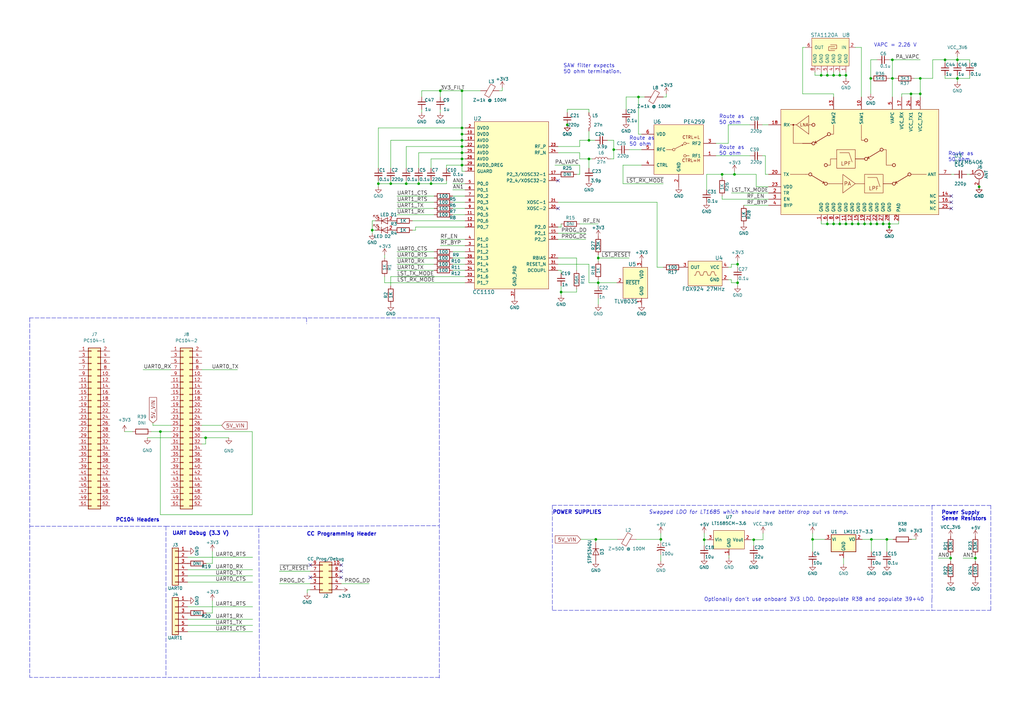
<source format=kicad_sch>
(kicad_sch (version 20211123) (generator eeschema)
  (paper "A3")
  (title_block (title "IPL OpenLST Revision") (date "2023-02-09") (rev "2.2") (comment 1 "Drawn by Ryan Kingsbury") (comment 2 "Updated by Christopher McCormick"))
  (junction (at 366.014 32.1564))
  (junction (at 241.554 65.1764))
  (junction (at 261.874 39.7764))
  (junction (at 363.7534 221.234))
  (junction (at 333.2734 221.234))
  (junction (at 309.1434 221.361))
  (junction (at 339.344 91.8464))
  (junction (at 180.594 37.2364))
  (junction (at 366.014 24.5364))
  (junction (at 387.604 24.5364))
  (junction (at 373.634 38.5064))
  (junction (at 341.884 30.8864))
  (junction (at 244.3734 221.234))
  (junction (at 352.044 91.8464))
  (junction (at 359.664 91.8464))
  (junction (at 65.786 177.0126))
  (junction (at 230.124 119.7864))
  (junction (at 357.124 32.1564))
  (junction (at 296.164 71.5264))
  (junction (at 189.484 62.6364))
  (junction (at 155.194 75.3364))
  (junction (at 245.364 115.9764))
  (junction (at 288.8234 221.361))
  (junction (at 302.514 108.3564))
  (junction (at 271.0434 221.234))
  (junction (at 357.124 91.8464))
  (junction (at 84.328 179.5526))
  (junction (at 251.714 61.3664))
  (junction (at 392.684 24.5364))
  (junction (at 341.884 91.8464))
  (junction (at 346.964 30.8864))
  (junction (at 349.504 91.8464))
  (junction (at 401.574 76.6064))
  (junction (at 389.89 228.9048))
  (junction (at 189.484 37.2364))
  (junction (at 339.344 30.8864))
  (junction (at 392.684 32.1564))
  (junction (at 364.744 93.1164))
  (junction (at 344.424 30.8864))
  (junction (at 189.484 55.0164))
  (junction (at 302.514 115.9764))
  (junction (at 189.484 65.1764))
  (junction (at 245.364 105.8164))
  (junction (at 301.244 71.5264))
  (junction (at 400.05 228.9048))
  (junction (at 189.484 52.4764))
  (junction (at 364.744 91.8464))
  (junction (at 176.784 75.3364))
  (junction (at 160.274 75.3364))
  (junction (at 241.554 57.5564))
  (junction (at 346.964 91.8464))
  (junction (at 166.624 75.3364))
  (junction (at 232.664 51.2064))
  (junction (at 354.584 91.8464))
  (junction (at 152.654 94.3864))
  (junction (at 362.204 91.8464))
  (junction (at 171.704 75.3364))
  (junction (at 377.444 38.5064))
  (junction (at 357.4034 221.234))
  (junction (at 344.424 91.8464))
  (junction (at 336.804 30.8864))
  (junction (at 377.444 32.1564))
  (junction (at 189.484 60.0964))
  (junction (at 189.484 67.7164))
  (junction (at 189.484 57.5564))
  (no_connect (at 127.254 236.8296))
  (no_connect (at 139.954 231.7496))
  (no_connect (at 390.144 85.4964))
  (no_connect (at 228.854 74.0664))
  (no_connect (at 390.144 80.4164))
  (no_connect (at 390.144 82.9564))
  (no_connect (at 127.254 231.7496))
  (no_connect (at 139.954 234.2896))
  (no_connect (at 139.954 236.8296))
  (no_connect (at 228.854 85.4964))
  (wire (pts (xy 289.814 71.5264) (xy 289.814 77.8764)))
  (wire (pts (xy 189.484 52.4764) (xy 190.754 52.4764)))
  (wire (pts (xy 345.9734 231.394) (xy 345.9734 228.854)))
  (wire (pts (xy 346.964 30.8864) (xy 346.964 32.1564)))
  (wire (pts (xy 127.254 234.2896) (xy 114.554 234.2896)))
  (wire (pts (xy 178.054 80.4164) (xy 162.814 80.4164)))
  (wire (pts (xy 185.674 88.0364) (xy 190.754 88.0364)))
  (wire (pts (xy 178.054 88.0364) (xy 162.814 88.0364)))
  (wire (pts (xy 374.904 32.1564) (xy 377.444 32.1564)))
  (wire (pts (xy 354.584 91.8464) (xy 357.124 91.8464)))
  (polyline (pts (xy 106.172 215.8746) (xy 68.072 215.8746)))
  (wire (pts (xy 359.664 91.8464) (xy 362.204 91.8464)))
  (wire (pts (xy 296.164 81.6864) (xy 315.214 81.6864)))
  (wire (pts (xy 82.804 177.0126) (xy 103.4796 177.0126)))
  (wire (pts (xy 363.7534 221.234) (xy 363.7534 226.314)))
  (wire (pts (xy 341.884 91.8464) (xy 344.424 91.8464)))
  (wire (pts (xy 309.1434 221.361) (xy 309.1434 223.774)))
  (wire (pts (xy 176.784 65.1764) (xy 189.484 65.1764)))
  (wire (pts (xy 261.874 55.0164) (xy 263.144 55.0164)))
  (wire (pts (xy 157.734 104.5464) (xy 157.734 105.8164)))
  (wire (pts (xy 298.704 109.6264) (xy 299.974 109.6264)))
  (wire (pts (xy 178.054 82.9564) (xy 162.814 82.9564)))
  (wire (pts (xy 373.634 39.7764) (xy 373.634 38.5064)))
  (wire (pts (xy 170.434 93.1164) (xy 190.754 93.1164)))
  (wire (pts (xy 341.884 91.8464) (xy 341.884 90.5764)))
  (polyline (pts (xy 106.299 215.8746) (xy 180.086 215.6206)))
  (wire (pts (xy 299.974 109.6264) (xy 299.974 108.3564)))
  (wire (pts (xy 237.744 60.0964) (xy 237.744 57.5564)))
  (wire (pts (xy 103.4796 211.074) (xy 65.786 211.074)))
  (wire (pts (xy 189.484 55.0164) (xy 189.484 57.5564)))
  (wire (pts (xy 298.704 51.2064) (xy 298.704 58.8264)))
  (wire (pts (xy 155.194 74.0664) (xy 155.194 75.3364)))
  (wire (pts (xy 169.164 90.5764) (xy 190.754 90.5764)))
  (wire (pts (xy 230.124 93.1164) (xy 230.124 91.8464)))
  (wire (pts (xy 307.594 51.2064) (xy 298.704 51.2064)))
  (wire (pts (xy 298.704 58.8264) (xy 293.624 58.8264)))
  (wire (pts (xy 237.744 71.5264) (xy 237.744 67.7164)))
  (wire (pts (xy 237.744 60.0964) (xy 228.854 60.0964)))
  (wire (pts (xy 51.054 177.0126) (xy 54.356 177.0126)))
  (wire (pts (xy 273.304 38.5064) (xy 273.304 39.7764)))
  (wire (pts (xy 76.962 236.1946) (xy 103.632 236.1946)))
  (wire (pts (xy 62.738 174.4726) (xy 70.104 174.4726)))
  (wire (pts (xy 260.8834 221.234) (xy 271.0434 221.234)))
  (wire (pts (xy 329.184 38.5064) (xy 341.884 38.5064)))
  (wire (pts (xy 189.484 52.4764) (xy 189.484 55.0164)))
  (wire (pts (xy 302.514 114.7064) (xy 302.514 115.9764)))
  (wire (pts (xy 236.474 105.8164) (xy 236.474 110.8964)))
  (wire (pts (xy 288.8234 221.361) (xy 290.0934 221.361)))
  (wire (pts (xy 357.124 24.5364) (xy 357.124 32.1564)))
  (wire (pts (xy 241.554 44.8564) (xy 232.664 44.8564)))
  (wire (pts (xy 357.4034 221.234) (xy 363.7534 221.234)))
  (wire (pts (xy 171.704 68.9864) (xy 171.704 62.6364)))
  (wire (pts (xy 251.714 57.5564) (xy 251.714 61.3664)))
  (wire (pts (xy 84.328 179.5526) (xy 93.853 179.5526)))
  (wire (pts (xy 189.484 67.7164) (xy 189.484 70.2564)))
  (wire (pts (xy 344.424 91.8464) (xy 344.424 90.5764)))
  (wire (pts (xy 76.962 228.5746) (xy 103.632 228.5746)))
  (wire (pts (xy 389.89 227.6348) (xy 389.89 228.9048)))
  (wire (pts (xy 392.684 30.8864) (xy 392.684 32.1564)))
  (wire (pts (xy 157.734 113.4364) (xy 157.734 115.9764)))
  (wire (pts (xy 185.674 82.9564) (xy 190.754 82.9564)))
  (wire (pts (xy 263.144 67.7164) (xy 255.524 67.7164)))
  (wire (pts (xy 344.424 91.8464) (xy 346.964 91.8464)))
  (polyline (pts (xy 106.426 277.8506) (xy 106.172 215.8746)))
  (wire (pts (xy 251.714 61.3664) (xy 251.714 65.1764)))
  (wire (pts (xy 230.124 117.2464) (xy 230.124 119.7864)))
  (wire (pts (xy 310.134 76.6064) (xy 315.214 76.6064)))
  (wire (pts (xy 153.924 94.3864) (xy 152.654 94.3864)))
  (wire (pts (xy 228.854 98.1964) (xy 240.284 98.1964)))
  (wire (pts (xy 368.554 91.8464) (xy 368.554 90.5764)))
  (wire (pts (xy 157.734 115.9764) (xy 190.754 115.9764)))
  (wire (pts (xy 166.624 75.3364) (xy 171.704 75.3364)))
  (wire (pts (xy 346.964 91.8464) (xy 346.964 90.5764)))
  (wire (pts (xy 296.164 72.7964) (xy 296.164 71.5264)))
  (polyline (pts (xy 180.213 130.4036) (xy 180.213 278.1046)))
  (wire (pts (xy 230.124 110.8964) (xy 230.124 112.1664)))
  (wire (pts (xy 377.444 38.5064) (xy 377.444 39.7764)))
  (wire (pts (xy 153.924 90.5764) (xy 152.654 90.5764)))
  (wire (pts (xy 302.514 115.9764) (xy 302.514 117.2464)))
  (wire (pts (xy 76.962 259.0546) (xy 103.632 259.0546)))
  (wire (pts (xy 244.3734 221.234) (xy 253.2634 221.234)))
  (wire (pts (xy 103.4796 177.0126) (xy 103.4796 211.074)))
  (wire (pts (xy 341.884 38.5064) (xy 341.884 39.7764)))
  (wire (pts (xy 185.674 85.4964) (xy 190.754 85.4964)))
  (wire (pts (xy 364.744 91.8464) (xy 368.554 91.8464)))
  (wire (pts (xy 189.484 37.2364) (xy 189.484 52.4764)))
  (wire (pts (xy 387.604 32.1564) (xy 392.684 32.1564)))
  (wire (pts (xy 241.554 108.3564) (xy 241.554 115.9764)))
  (wire (pts (xy 185.674 110.8964) (xy 190.754 110.8964)))
  (wire (pts (xy 369.824 39.7764) (xy 369.824 38.5064)))
  (wire (pts (xy 178.054 110.8964) (xy 162.814 110.8964)))
  (wire (pts (xy 352.044 91.8464) (xy 352.044 90.5764)))
  (wire (pts (xy 245.364 115.9764) (xy 245.364 117.2464)))
  (wire (pts (xy 298.9834 227.711) (xy 298.9834 228.854)))
  (wire (pts (xy 166.624 60.0964) (xy 189.484 60.0964)))
  (wire (pts (xy 252.984 61.3664) (xy 251.714 61.3664)))
  (wire (pts (xy 189.484 57.5564) (xy 190.754 57.5564)))
  (wire (pts (xy 160.274 68.9864) (xy 160.274 57.5564)))
  (wire (pts (xy 353.5934 221.234) (xy 357.4034 221.234)))
  (wire (pts (xy 377.444 32.1564) (xy 382.524 32.1564)))
  (wire (pts (xy 87.122 251.4346) (xy 87.122 246.3546)))
  (wire (pts (xy 125.984 241.9096) (xy 127.254 241.9096)))
  (wire (pts (xy 237.744 65.1764) (xy 241.554 65.1764)))
  (wire (pts (xy 205.994 37.2364) (xy 204.724 37.2364)))
  (wire (pts (xy 382.524 32.1564) (xy 382.524 24.5364)))
  (wire (pts (xy 344.424 29.6164) (xy 344.424 30.8864)))
  (wire (pts (xy 62.738 173.482) (xy 62.738 174.4726)))
  (wire (pts (xy 362.204 91.8464) (xy 364.744 91.8464)))
  (wire (pts (xy 155.194 68.9864) (xy 155.194 52.4764)))
  (wire (pts (xy 76.962 256.5146) (xy 103.632 256.5146)))
  (wire (pts (xy 353.314 19.4564) (xy 353.314 39.7764)))
  (wire (pts (xy 183.134 67.7164) (xy 189.484 67.7164)))
  (wire (pts (xy 237.744 67.7164) (xy 227.584 67.7164)))
  (wire (pts (xy 61.976 177.0126) (xy 65.786 177.0126)))
  (wire (pts (xy 366.014 32.1564) (xy 366.014 39.7764)))
  (wire (pts (xy 190.754 100.7364) (xy 180.594 100.7364)))
  (wire (pts (xy 389.89 228.9048) (xy 389.89 230.1748)))
  (wire (pts (xy 271.0434 221.234) (xy 271.0434 222.504)))
  (polyline (pts (xy 406.4 207.3148) (xy 382.27 207.3148)))
  (wire (pts (xy 299.974 108.3564) (xy 302.514 108.3564)))
  (wire (pts (xy 237.744 57.5564) (xy 241.554 57.5564)))
  (wire (pts (xy 362.204 91.8464) (xy 362.204 90.5764)))
  (polyline (pts (xy 125.73 130.4036) (xy 125.73 132.8166)))
  (wire (pts (xy 65.786 177.0126) (xy 65.786 211.074)))
  (wire (pts (xy 65.786 177.0126) (xy 70.104 177.0126)))
  (wire (pts (xy 185.674 108.3564) (xy 190.754 108.3564)))
  (wire (pts (xy 312.674 63.9064) (xy 313.944 63.9064)))
  (wire (pts (xy 333.2734 221.234) (xy 338.3534 221.234)))
  (wire (pts (xy 237.744 91.8464) (xy 245.364 91.8464)))
  (wire (pts (xy 352.044 91.8464) (xy 354.584 91.8464)))
  (wire (pts (xy 236.474 71.5264) (xy 237.744 71.5264)))
  (wire (pts (xy 152.654 94.3864) (xy 152.654 95.6564)))
  (polyline (pts (xy 382.27 207.3148) (xy 382.27 245.4148)))
  (wire (pts (xy 76.962 238.7346) (xy 103.632 238.7346)))
  (wire (pts (xy 82.804 182.0926) (xy 84.328 182.0926)))
  (wire (pts (xy 312.9534 218.694) (xy 312.9534 221.361)))
  (wire (pts (xy 256.794 39.7764) (xy 261.874 39.7764)))
  (wire (pts (xy 256.794 44.8564) (xy 256.794 39.7764)))
  (wire (pts (xy 346.964 91.8464) (xy 349.504 91.8464)))
  (wire (pts (xy 228.854 93.1164) (xy 230.124 93.1164)))
  (wire (pts (xy 189.484 37.2364) (xy 197.104 37.2364)))
  (wire (pts (xy 333.2734 221.234) (xy 333.2734 226.314)))
  (wire (pts (xy 76.962 253.9746) (xy 103.632 253.9746)))
  (polyline (pts (xy 382.2192 250.3424) (xy 382.3208 250.3424)))
  (wire (pts (xy 302.514 107.0864) (xy 302.514 108.3564)))
  (wire (pts (xy 155.194 75.3364) (xy 155.194 76.6064)))
  (wire (pts (xy 329.184 19.4564) (xy 329.184 38.5064)))
  (wire (pts (xy 190.754 77.8764) (xy 185.674 77.8764)))
  (wire (pts (xy 339.344 90.5764) (xy 339.344 91.8464)))
  (wire (pts (xy 258.064 61.3664) (xy 263.144 61.3664)))
  (wire (pts (xy 397.764 24.5364) (xy 397.764 25.8064)))
  (wire (pts (xy 176.784 75.3364) (xy 176.784 74.0664)))
  (wire (pts (xy 251.714 57.5564) (xy 249.174 57.5564)))
  (wire (pts (xy 166.624 68.9864) (xy 166.624 60.0964)))
  (wire (pts (xy 261.874 39.7764) (xy 261.874 55.0164)))
  (wire (pts (xy 251.714 65.1764) (xy 250.444 65.1764)))
  (wire (pts (xy 344.424 30.8864) (xy 346.964 30.8864)))
  (wire (pts (xy 160.274 113.4364) (xy 190.754 113.4364)))
  (wire (pts (xy 339.344 30.8864) (xy 339.344 29.6164)))
  (wire (pts (xy 364.744 24.5364) (xy 366.014 24.5364)))
  (wire (pts (xy 178.054 105.8164) (xy 162.814 105.8164)))
  (wire (pts (xy 387.604 30.8864) (xy 387.604 32.1564)))
  (wire (pts (xy 336.804 30.8864) (xy 339.344 30.8864)))
  (wire (pts (xy 60.452 179.5526) (xy 70.104 179.5526)))
  (wire (pts (xy 392.684 23.2664) (xy 392.684 24.5364)))
  (wire (pts (xy 296.164 71.5264) (xy 301.244 71.5264)))
  (wire (pts (xy 364.744 90.5764) (xy 364.744 91.8464)))
  (wire (pts (xy 178.054 103.2764) (xy 162.814 103.2764)))
  (wire (pts (xy 82.804 174.4726) (xy 90.932 174.4726)))
  (wire (pts (xy 76.962 233.6546) (xy 103.632 233.6546)))
  (wire (pts (xy 228.854 108.3564) (xy 241.554 108.3564)))
  (wire (pts (xy 180.594 37.2364) (xy 180.594 39.7764)))
  (wire (pts (xy 364.744 91.8464) (xy 364.744 93.1164)))
  (wire (pts (xy 238.1504 221.234) (xy 244.3734 221.234)))
  (wire (pts (xy 125.984 243.1796) (xy 125.984 241.9096)))
  (wire (pts (xy 169.164 94.3864) (xy 170.434 94.3864)))
  (wire (pts (xy 245.364 105.8164) (xy 258.064 105.8164)))
  (wire (pts (xy 189.484 65.1764) (xy 190.754 65.1764)))
  (wire (pts (xy 397.764 32.1564) (xy 397.764 30.8864)))
  (wire (pts (xy 359.664 91.8464) (xy 359.664 90.5764)))
  (wire (pts (xy 160.274 75.3364) (xy 160.274 74.0664)))
  (wire (pts (xy 245.364 105.8164) (xy 245.364 107.0864)))
  (wire (pts (xy 359.664 24.5364) (xy 357.124 24.5364)))
  (wire (pts (xy 400.05 227.6348) (xy 400.05 228.9048)))
  (wire (pts (xy 172.974 37.2364) (xy 180.594 37.2364)))
  (polyline (pts (xy 180.213 277.8506) (xy 12.192 277.8506)))
  (wire (pts (xy 310.134 71.5264) (xy 310.134 76.6064)))
  (wire (pts (xy 171.704 62.6364) (xy 189.484 62.6364)))
  (wire (pts (xy 139.954 239.3696) (xy 151.384 239.3696)))
  (wire (pts (xy 336.804 90.5764) (xy 336.804 91.8464)))
  (wire (pts (xy 382.524 24.5364) (xy 387.604 24.5364)))
  (wire (pts (xy 190.754 75.3364) (xy 185.674 75.3364)))
  (wire (pts (xy 185.674 103.2764) (xy 190.754 103.2764)))
  (wire (pts (xy 171.704 75.3364) (xy 171.704 74.0664)))
  (wire (pts (xy 230.124 119.7864) (xy 230.124 121.0564)))
  (wire (pts (xy 185.674 80.4164) (xy 190.754 80.4164)))
  (wire (pts (xy 296.164 81.6864) (xy 296.164 80.4164)))
  (wire (pts (xy 396.494 71.5264) (xy 397.764 71.5264)))
  (wire (pts (xy 189.484 67.7164) (xy 190.754 67.7164)))
  (polyline (pts (xy 12.065 130.4036) (xy 180.213 130.4036)))
  (wire (pts (xy 301.244 71.5264) (xy 310.134 71.5264)))
  (wire (pts (xy 339.344 91.8464) (xy 341.884 91.8464)))
  (wire (pts (xy 255.524 75.3364) (xy 272.034 75.3364)))
  (wire (pts (xy 400.05 228.9048) (xy 394.97 228.9048)))
  (wire (pts (xy 288.8234 221.361) (xy 288.8234 223.774)))
  (wire (pts (xy 241.554 115.9764) (xy 245.364 115.9764)))
  (wire (pts (xy 172.974 39.7764) (xy 172.974 37.2364)))
  (polyline (pts (xy 226.568 207.264) (xy 226.568 250.3424)))
  (wire (pts (xy 350.774 19.4564) (xy 353.314 19.4564)))
  (wire (pts (xy 341.884 29.6164) (xy 341.884 30.8864)))
  (polyline (pts (xy 382.2192 245.4656) (xy 382.2192 250.3424)))
  (polyline (pts (xy 406.4 245.4148) (xy 406.4 207.3148)))
  (wire (pts (xy 185.674 105.8164) (xy 190.754 105.8164)))
  (polyline (pts (xy 12.1412 215.8238) (xy 68.0212 215.8238)))
  (polyline (pts (xy 68.072 215.8746) (xy 68.072 277.7236)))
  (wire (pts (xy 245.364 115.9764) (xy 252.984 115.9764)))
  (wire (pts (xy 366.014 24.5364) (xy 377.444 24.5364)))
  (wire (pts (xy 114.554 239.3696) (xy 127.254 239.3696)))
  (wire (pts (xy 349.504 91.8464) (xy 349.504 90.5764)))
  (wire (pts (xy 392.684 24.5364) (xy 392.684 25.8064)))
  (wire (pts (xy 189.484 60.0964) (xy 189.484 62.6364)))
  (wire (pts (xy 82.804 151.6126) (xy 97.409 151.6126)))
  (wire (pts (xy 333.2734 218.694) (xy 333.2734 221.234)))
  (wire (pts (xy 189.484 62.6364) (xy 190.754 62.6364)))
  (wire (pts (xy 236.474 118.5164) (xy 236.474 119.7864)))
  (wire (pts (xy 160.274 57.5564) (xy 189.484 57.5564)))
  (wire (pts (xy 302.514 108.3564) (xy 302.514 109.6264)))
  (wire (pts (xy 87.122 231.1146) (xy 87.122 226.0346)))
  (wire (pts (xy 271.0434 227.584) (xy 271.0434 230.124)))
  (wire (pts (xy 241.554 65.1764) (xy 241.554 68.9864)))
  (wire (pts (xy 228.854 105.8164) (xy 236.474 105.8164)))
  (wire (pts (xy 357.124 91.8464) (xy 357.124 90.5764)))
  (wire (pts (xy 299.974 114.7064) (xy 299.974 115.9764)))
  (wire (pts (xy 366.014 32.1564) (xy 367.284 32.1564)))
  (wire (pts (xy 155.194 52.4764) (xy 189.484 52.4764)))
  (wire (pts (xy 299.974 115.9764) (xy 302.514 115.9764)))
  (wire (pts (xy 180.594 37.2364) (xy 189.484 37.2364)))
  (wire (pts (xy 189.484 65.1764) (xy 189.484 67.7164)))
  (wire (pts (xy 205.994 35.9664) (xy 205.994 37.2364)))
  (wire (pts (xy 387.604 24.5364) (xy 392.684 24.5364)))
  (wire (pts (xy 244.3734 222.504) (xy 244.3734 221.234)))
  (wire (pts (xy 389.89 228.9048) (xy 384.81 228.9048)))
  (wire (pts (xy 315.214 79.1464) (xy 299.974 79.1464)))
  (wire (pts (xy 236.474 119.7864) (xy 230.124 119.7864)))
  (wire (pts (xy 76.962 248.8946) (xy 103.632 248.8946)))
  (wire (pts (xy 363.7534 221.234) (xy 366.2934 221.234)))
  (wire (pts (xy 180.594 44.8564) (xy 180.594 46.1264)))
  (wire (pts (xy 160.274 113.4364) (xy 160.274 117.2464)))
  (polyline (pts (xy 12.192 130.4036) (xy 12.192 277.8506)))
  (wire (pts (xy 313.944 63.9064) (xy 313.944 71.5264)))
  (wire (pts (xy 390.144 71.5264) (xy 391.414 71.5264)))
  (wire (pts (xy 400.05 228.9048) (xy 400.05 230.1748)))
  (wire (pts (xy 58.674 151.6126) (xy 70.104 151.6126)))
  (wire (pts (xy 172.974 46.1264) (xy 172.974 44.8564)))
  (wire (pts (xy 305.054 84.2264) (xy 315.214 84.2264)))
  (wire (pts (xy 255.524 67.7164) (xy 255.524 75.3364)))
  (wire (pts (xy 241.554 57.5564) (xy 241.554 53.7464)))
  (wire (pts (xy 341.884 30.8864) (xy 344.424 30.8864)))
  (polyline (pts (xy 406.4 250.3424) (xy 406.4 245.4656)))
  (wire (pts (xy 189.484 70.2564) (xy 190.754 70.2564)))
  (wire (pts (xy 245.364 114.7064) (xy 245.364 115.9764)))
  (wire (pts (xy 84.328 182.0926) (xy 84.328 179.5526)))
  (wire (pts (xy 84.582 251.4346) (xy 87.122 251.4346)))
  (wire (pts (xy 357.4034 221.234) (xy 357.4034 226.314)))
  (wire (pts (xy 237.744 62.6364) (xy 228.854 62.6364)))
  (wire (pts (xy 152.654 90.5764) (xy 152.654 94.3864)))
  (wire (pts (xy 178.054 108.3564) (xy 162.814 108.3564)))
  (wire (pts (xy 346.964 29.6164) (xy 346.964 30.8864)))
  (wire (pts (xy 166.624 75.3364) (xy 166.624 74.0664)))
  (polyline (pts (xy 125.603 215.7476) (xy 125.73 215.7476)))
  (polyline (pts (xy 226.5934 207.264) (xy 382.27 207.3656)))
  (wire (pts (xy 189.484 55.0164) (xy 190.754 55.0164)))
  (wire (pts (xy 228.854 82.9564) (xy 269.494 82.9564)))
  (wire (pts (xy 364.744 32.1564) (xy 366.014 32.1564)))
  (wire (pts (xy 289.814 71.5264) (xy 296.164 71.5264)))
  (wire (pts (xy 313.944 71.5264) (xy 315.214 71.5264)))
  (wire (pts (xy 261.874 39.7764) (xy 264.414 39.7764)))
  (wire (pts (xy 336.804 91.8464) (xy 339.344 91.8464)))
  (wire (pts (xy 312.674 51.2064) (xy 315.214 51.2064)))
  (wire (pts (xy 357.124 32.1564) (xy 357.124 38.5064)))
  (wire (pts (xy 183.134 75.3364) (xy 183.134 74.0664)))
  (wire (pts (xy 155.194 75.3364) (xy 160.274 75.3364)))
  (wire (pts (xy 271.0434 218.694) (xy 271.0434 221.234)))
  (wire (pts (xy 170.434 94.3864) (xy 170.434 93.1164)))
  (wire (pts (xy 245.364 122.3264) (xy 245.364 124.8664)))
  (wire (pts (xy 189.484 62.6364) (xy 189.484 65.1764)))
  (wire (pts (xy 176.784 75.3364) (xy 183.134 75.3364)))
  (wire (pts (xy 269.494 109.6264) (xy 269.494 82.9564)))
  (wire (pts (xy 176.784 68.9864) (xy 176.784 65.1764)))
  (wire (pts (xy 307.8734 221.361) (xy 309.1434 221.361)))
  (wire (pts (xy 309.1434 221.361) (xy 312.9534 221.361)))
  (wire (pts (xy 293.624 63.9064) (xy 307.594 63.9064)))
  (polyline (pts (xy 226.568 250.3424) (xy 406.4 250.3424)))
  (wire (pts (xy 357.124 91.8464) (xy 359.664 91.8464)))
  (wire (pts (xy 369.824 38.5064) (xy 373.634 38.5064)))
  (wire (pts (xy 228.854 95.6564) (xy 240.284 95.6564)))
  (wire (pts (xy 183.134 67.7164) (xy 183.134 68.9864)))
  (wire (pts (xy 288.8234 218.694) (xy 288.8234 221.361)))
  (wire (pts (xy 334.264 29.6164) (xy 334.264 30.8864)))
  (wire (pts (xy 237.744 65.1764) (xy 237.744 62.6364)))
  (wire (pts (xy 373.634 38.5064) (xy 377.444 38.5064)))
  (wire (pts (xy 366.014 24.5364) (xy 366.014 32.1564)))
  (wire (pts (xy 228.854 110.8964) (xy 230.124 110.8964)))
  (wire (pts (xy 241.554 46.1264) (xy 241.554 44.8564)))
  (wire (pts (xy 160.274 75.3364) (xy 166.624 75.3364)))
  (wire (pts (xy 84.582 231.1146) (xy 87.122 231.1146)))
  (wire (pts (xy 336.804 29.6164) (xy 336.804 30.8864)))
  (wire (pts (xy 272.034 109.6264) (xy 269.494 109.6264)))
  (wire (pts (xy 392.684 32.1564) (xy 392.684 33.4264)))
  (wire (pts (xy 245.364 104.5464) (xy 245.364 105.8164)))
  (wire (pts (xy 301.244 71.5264) (xy 301.244 70.2564)))
  (wire (pts (xy 298.704 114.7064) (xy 299.974 114.7064)))
  (wire (pts (xy 232.664 44.8564) (xy 232.664 46.1264)))
  (wire (pts (xy 377.444 32.1564) (xy 377.444 38.5064)))
  (wire (pts (xy 330.454 19.4564) (xy 329.184 19.4564)))
  (wire (pts (xy 334.264 30.8864) (xy 336.804 30.8864)))
  (wire (pts (xy 241.554 65.1764) (xy 242.824 65.1764)))
  (wire (pts (xy 373.9134 221.234) (xy 375.6914 221.234)))
  (wire (pts (xy 190.754 98.1964) (xy 180.594 98.1964)))
  (wire (pts (xy 189.484 60.0964) (xy 190.754 60.0964)))
  (wire (pts (xy 339.344 30.8864) (xy 341.884 30.8864)))
  (wire (pts (xy 82.804 179.5526) (xy 84.328 179.5526)))
  (wire (pts (xy 392.684 32.1564) (xy 397.764 32.1564)))
  (wire (pts (xy 189.484 57.5564) (xy 189.484 60.0964)))
  (wire (pts (xy 387.604 25.8064) (xy 387.604 24.5364)))
  (wire (pts (xy 392.684 24.5364) (xy 397.764 24.5364)))
  (wire (pts (xy 273.304 39.7764) (xy 272.034 39.7764)))
  (wire (pts (xy 241.554 57.5564) (xy 244.094 57.5564)))
  (wire (pts (xy 354.584 91.8464) (xy 354.584 90.5764)))
  (wire (pts (xy 171.704 75.3364) (xy 176.784 75.3364)))
  (wire (pts (xy 349.504 91.8464) (xy 352.044 91.8464)))
  (wire (pts (xy 178.054 85.4964) (xy 162.814 85.4964)))
  (text "Power Supply\nSense Resistors" (at 386.08 213.6648 0) (effects (font (size 1.524 1.524) (thickness 0.3048) bold) (justify left bottom)))
  (text "Swapped LDO for LT1685 which should have better drop out vs temp." (at 266.0904 211.074 0) (effects (font (size 1.524 1.524) italic) (justify left bottom)))
  (text "Route as\n50 ohm" (at 388.874 66.4464 0) (effects (font (size 1.524 1.524)) (justify left bottom)))
  (text "Route as\n50 ohm" (at 294.894 51.2064 0) (effects (font (size 1.524 1.524)) (justify left bottom)))
  (text "VAPC = 2.26 V" (at 358.394 19.4564 0) (effects (font (size 1.524 1.524)) (justify left bottom)))
  (text "Route as\n50 ohm" (at 258.064 60.0964 0) (effects (font (size 1.524 1.524)) (justify left bottom)))
  (text "PC104 Headers" (at 47.3964 214.1982 0) (effects (font (size 1.524 1.524) (thickness 0.3048) bold) (justify left bottom)))
  (text "Route as\n50 ohm" (at 294.894 63.9064 0) (effects (font (size 1.524 1.524)) (justify left bottom)))
  (text "SAW filter expects\n50 ohm termination." (at 231.0384 30.3784 0) (effects (font (size 1.524 1.524)) (justify left bottom)))
  (text "Optionally don't use onboard 3V3 LDO. Depopulate R38 and populate 39+40" (at 288.7472 246.8372 0) (effects (font (size 1.524 1.524)) (justify left bottom)))
  (text "POWER SUPPLIES" (at 226.5934 211.074 0) (effects (font (size 1.524 1.524) (thickness 0.3048) bold) (justify left bottom)))
  (text "UART Debug (3.3 V)" (at 70.612 219.6846 0) (effects (font (size 1.524 1.524) (thickness 0.3048) bold) (justify left bottom)))
  (text "CC Programming Header" (at 125.73 219.9894 0) (effects (font (size 1.524 1.524) (thickness 0.3048) bold) (justify left bottom)))
  (label "UART0_RTS" (at 162.814 105.8164 0) (effects (font (size 1.524 1.524))))
  (label "UART0_CTS" (at 88.392 238.7346 0) (effects (font (size 1.524 1.524))))
  (label "RF_EN" (at 306.324 81.6864 0) (effects (font (size 1.524 1.524))))
  (label "3V3_FILT" (at 180.594 37.2364 0) (effects (font (size 1.524 1.524))))
  (label "LST_TX_MODE" (at 162.814 113.4364 0) (effects (font (size 1.524 1.524))))
  (label "UART1_CTS" (at 162.814 80.4164 0) (effects (font (size 1.524 1.524))))
  (label "RF_BYP" (at 180.594 100.7364 0) (effects (font (size 1.524 1.524))))
  (label "UART0_RX" (at 58.928 151.6126 0) (effects (font (size 1.524 1.524))))
  (label "PA_VAPC" (at 227.584 67.7164 0) (effects (font (size 1.524 1.524))))
  (label "PROG_DD" (at 230.124 95.6564 0) (effects (font (size 1.524 1.524))))
  (label "PROG_DC" (at 114.554 239.3696 0) (effects (font (size 1.524 1.524))))
  (label "UART1_RTS" (at 162.814 82.9564 0) (effects (font (size 1.524 1.524))))
  (label "UART0_RX" (at 88.392 233.6546 0) (effects (font (size 1.524 1.524))))
  (label "RF_BYP" (at 306.324 84.2264 0) (effects (font (size 1.524 1.524))))
  (label "UART1_TX" (at 162.814 85.4964 0) (effects (font (size 1.524 1.524))))
  (label "RF_EN" (at 239.014 91.8464 0) (effects (font (size 1.524 1.524))))
  (label "LST_TX_MODE" (at 299.974 79.1464 0) (effects (font (size 1.524 1.524))))
  (label "AN1" (at 394.97 228.9048 0) (effects (font (size 1.524 1.524))))
  (label "UART0_TX" (at 88.392 236.1946 0) (effects (font (size 1.524 1.524))))
  (label "~{LST_RESET}" (at 114.554 234.2896 0) (effects (font (size 1.524 1.524))))
  (label "UART1_CTS" (at 88.392 259.0546 0) (effects (font (size 1.524 1.524))))
  (label "~{LST_RX_MODE}" (at 162.814 115.9764 0) (effects (font (size 1.524 1.524))))
  (label "UART0_TX" (at 86.868 151.6126 0) (effects (font (size 1.524 1.524))))
  (label "UART1_RX" (at 88.392 253.9746 0) (effects (font (size 1.524 1.524))))
  (label "AN0" (at 384.81 228.9048 0) (effects (font (size 1.524 1.524))))
  (label "UART1_RX" (at 162.814 88.0364 0) (effects (font (size 1.524 1.524))))
  (label "UART0_TX" (at 162.814 110.8964 0) (effects (font (size 1.524 1.524))))
  (label "PROG_DC" (at 230.124 98.1964 0) (effects (font (size 1.524 1.524))))
  (label "UART1_TX" (at 88.392 256.5146 0) (effects (font (size 1.524 1.524))))
  (label "PA_VAPC" (at 367.284 24.5364 0) (effects (font (size 1.524 1.524))))
  (label "~{LST_RX_MODE}" (at 256.794 75.3364 0) (effects (font (size 1.524 1.524))))
  (label "UART0_CTS" (at 162.814 103.2764 0) (effects (font (size 1.524 1.524))))
  (label "UART0_RTS" (at 88.392 228.5746 0) (effects (font (size 1.524 1.524))))
  (label "AN0" (at 185.674 75.3364 0) (effects (font (size 1.524 1.524))))
  (label "~{LST_RESET}" (at 246.634 105.8164 0) (effects (font (size 1.524 1.524))))
  (label "UART1_RTS" (at 88.392 248.8946 0) (effects (font (size 1.524 1.524))))
  (label "RF_EN" (at 180.594 98.1964 0) (effects (font (size 1.524 1.524))))
  (label "PROG_DD" (at 141.224 239.3696 0) (effects (font (size 1.524 1.524))))
  (label "AN1" (at 185.674 77.8764 0) (effects (font (size 1.524 1.524))))
  (label "UART0_RX" (at 162.814 108.3564 0) (effects (font (size 1.524 1.524))))
  (global_label "5V_VIN" (shape input) (at 90.932 174.4726 0) (effects (font (size 1.524 1.524))) (property "Intersheet References" "${INTERSHEET_REFS}" (effects hide)))
  (global_label "5V_VIN" (shape input) (at 62.738 173.482 90) (effects (font (size 1.524 1.524))) (property "Intersheet References" "${INTERSHEET_REFS}" (effects hide)))
  (global_label "5V_VIN" (shape input) (at 238.1504 221.234 180) (effects (font (size 1.524 1.524))) (property "Intersheet References" "${INTERSHEET_REFS}" (effects hide)))
  (symbol (lib_id "openlst-hw:GND") (at 401.574 76.6064 0) (unit 1)
    (property "Reference" "#PWR01" (effects hide))
    (property "Value" "GND" (at 401.574 80.4164 0))
  )
  (symbol (lib_id "openlst-hw:GND") (at 364.744 93.1164 0) (unit 1)
    (property "Reference" "#PWR02" (effects hide))
    (property "Value" "GND" (at 364.744 96.9264 0))
  )
  (symbol (lib_id "openlst-hw:GND") (at 278.384 76.6064 0) (unit 1)
    (property "Reference" "#PWR03" (effects hide))
    (property "Value" "GND" (at 278.384 80.4164 0))
  )
  (symbol (lib_id "openlst-hw:L") (at 246.634 65.1764 90) (unit 1)
    (property "Reference" "L6" (at 246.634 62.6364 90))
    (property "Value" "27n" (at 246.634 66.4464 90))
    (property "Footprint" "archive:L_0402_1005Metric" (effects hide))
    (property "Datasheet" "http://search.murata.co.jp/Ceramy/image/img/P02/JELF243A-0050.pdf" (effects hide))
    (property "Manuf" "Murata" (effects hide))
    (property "ManufPN" "LQW15AN27NJ00D" (effects hide))
    (property "Supplier" "Digikey" (effects hide))
    (property "SupplierPN" "490-1151-1-ND" (effects hide))
  )
  (symbol (lib_id "openlst-hw:GND") (at 232.664 51.2064 0) (unit 1)
    (property "Reference" "#PWR04" (effects hide))
    (property "Value" "GND" (at 232.664 55.0164 0))
  )
  (symbol (lib_id "openlst-hw:CC1110") (at 211.074 85.4964 0) (unit 1)
    (property "Reference" "U2" (at 195.834 48.6664 0) (effects (font (size 1.524 1.524))))
    (property "Value" "CC1110" (at 198.374 119.7864 0) (effects (font (size 1.524 1.524))))
    (property "Footprint" "openlst:TI_CC_QFN36" (effects hide))
    (property "Datasheet" "http://www.ti.com/lit/ds/symlink/cc1110-cc1111.pdf" (effects hide))
    (property "Manuf" "Texas Instruments" (effects hide))
    (property "ManufPN" "CC1110F32RHHR" (effects hide))
    (property "Supplier" "Digikey" (effects hide))
    (property "SupplierPN" "296-38560-1-ND" (effects hide))
  )
  (symbol (lib_id "openlst-hw:TLV803S") (at 263.144 115.9764 0) (mirror y) (unit 1)
    (property "Reference" "U5" (at 259.334 108.3564 0) (effects (font (size 1.524 1.524))))
    (property "Value" "TLV803S" (at 256.794 123.5964 0) (effects (font (size 1.524 1.524))))
    (property "Footprint" "archive:SOT-23" (effects hide))
    (property "Datasheet" "http://www.ti.com/lit/ds/symlink/tlv803.pdf" (effects hide))
    (property "Manuf" "Texas Instruments" (effects hide))
    (property "ManufPN" "TLV803SDBZR" (effects hide))
    (property "Supplier" "Digikey" (effects hide))
    (property "SupplierPN" "296-29196-1-ND" (effects hide))
  )
  (symbol (lib_id "openlst-hw:Conn_Coaxial") (at 401.574 71.5264 0) (unit 1)
    (property "Reference" "J6" (at 401.828 68.4784 0))
    (property "Value" "ANT" (at 404.495 71.5264 90))
    (property "Footprint" "coax:SMA_Amphenol_132134_Vertical" (effects hide))
    (property "Datasheet" "https://www.molex.com/pdm_docs/sd/732511150_sd.pdf" (effects hide))
    (property "Manuf" "Molex" (effects hide))
    (property "ManufPN" "732511150" (effects hide))
    (property "Supplier" "Digikey" (effects hide))
    (property "SupplierPN" "WM5534-ND" (effects hide))
  )
  (symbol (lib_id "openlst-hw:GND") (at 401.574 76.6064 0) (unit 1)
    (property "Reference" "#PWR05" (effects hide))
    (property "Value" "GND" (at 401.574 80.4164 0))
  )
  (symbol (lib_id "openlst-hw:C_Small") (at 393.954 71.5264 270) (unit 1)
    (property "Reference" "C45" (at 391.414 67.7164 90) (effects (justify left)))
    (property "Value" "220p" (at 391.414 75.3364 90) (effects (justify left)))
    (property "Footprint" "archive:C_0402_1005Metric" (effects hide))
    (property "Datasheet" "https://api.kemet.com/component-edge/download/datasheet/C0402C221J2GACAUTO.pdf" (effects hide))
    (property "Manuf" "Kemet" (effects hide))
    (property "ManufPN" "C0402C221J2GACAUTO" (effects hide))
    (property "Supplier" "Digikey" (effects hide))
    (property "SupplierPN" "399-11552-1-ND" (effects hide))
  )
  (symbol (lib_id "openlst-hw:C_Small") (at 387.604 28.3464 0) (unit 1)
    (property "Reference" "C44" (at 387.858 26.5684 0) (effects (justify left)))
    (property "Value" "1u" (at 387.858 30.3784 0) (effects (justify left)))
    (property "Footprint" "archive:C_0603_1608Metric" (effects hide))
    (property "Datasheet" "http://www.samsungsem.com/kr/support/product-search/mlcc/CL10B105MO8NNWC.jsp" (effects hide))
    (property "Manuf" "Samsung" (effects hide))
    (property "ManufPN" "CL10B105MO8NNWC" (effects hide))
    (property "Supplier" "Digikey" (effects hide))
    (property "SupplierPN" "1276-6524-6-ND" (effects hide))
  )
  (symbol (lib_id "openlst-hw:GND") (at 364.744 93.1164 0) (unit 1)
    (property "Reference" "#PWR06" (effects hide))
    (property "Value" "GND" (at 364.744 96.9264 0))
  )
  (symbol (lib_id "openlst-hw:GND") (at 263.144 124.8664 0) (unit 1)
    (property "Reference" "#PWR027" (effects hide))
    (property "Value" "GND" (at 263.144 128.6764 0))
  )
  (symbol (lib_id "openlst-hw:C_Small") (at 245.364 119.7864 0) (unit 1)
    (property "Reference" "C22" (at 245.618 118.0084 0) (effects (justify left)))
    (property "Value" "1n" (at 245.618 121.8184 0) (effects (justify left)))
    (property "Footprint" "archive:C_0603_1608Metric" (effects hide))
    (property "Datasheet" "https://www.murata.com/~/media/webrenewal/support/library/catalog/products/capacitor/mlcc/c03e.ashx" (effects hide))
    (property "Manuf" "Murata" (effects hide))
    (property "ManufPN" "GCM188R71E102KA37D" (effects hide))
    (property "Supplier" "Digikey" (effects hide))
    (property "SupplierPN" "490-8016-1-ND" (effects hide))
  )
  (symbol (lib_id "openlst-hw:R") (at 245.364 110.8964 180) (unit 1)
    (property "Reference" "R18" (at 243.332 110.8964 90))
    (property "Value" "1K" (at 245.364 110.8964 90))
    (property "Footprint" "archive:R_0603_1608Metric" (effects hide))
    (property "Datasheet" "http://www.yageo.com/documents/recent/PYu-RC_Group_51_RoHS_L_9.pdf" (effects hide))
    (property "Manuf" "Yageo" (effects hide))
    (property "ManufPN" "RC0603JR-071KL" (effects hide))
    (property "Supplier" "Digikey" (effects hide))
    (property "SupplierPN" "311-1.0KGRCT-ND" (effects hide))
  )
  (symbol (lib_id "openlst-hw:GND") (at 245.364 124.8664 0) (unit 1)
    (property "Reference" "#PWR026" (effects hide))
    (property "Value" "GND" (at 245.364 128.6764 0))
  )
  (symbol (lib_id "openlst-hw:C_Small") (at 255.524 61.3664 90) (unit 1)
    (property "Reference" "C25" (at 256.794 58.8264 90) (effects (justify left)))
    (property "Value" "220p" (at 258.064 63.9064 90) (effects (justify left)))
    (property "Footprint" "archive:C_0402_1005Metric" (effects hide))
    (property "Datasheet" "https://api.kemet.com/component-edge/download/datasheet/C0402C221J2GACAUTO.pdf" (effects hide))
    (property "Manuf" "Kemet" (effects hide))
    (property "ManufPN" "C0402C221J2GACAUTO" (effects hide))
    (property "Supplier" "Digikey" (effects hide))
    (property "SupplierPN" "399-11552-1-ND" (effects hide))
  )
  (symbol (lib_id "openlst-hw:C_Small") (at 246.634 57.5564 90) (unit 1)
    (property "Reference" "C24" (at 247.904 55.0164 90) (effects (justify left)))
    (property "Value" "3.9p" (at 249.174 60.0964 90) (effects (justify left)))
    (property "Footprint" "archive:C_0402_1005Metric" (effects hide))
    (property "Datasheet" "http://search.murata.co.jp/Ceramy/image/img/A01X/G101/ENG/GJM1555C1H3R9CB01-01.pdf" (effects hide))
    (property "Manuf" "Murata" (effects hide))
    (property "ManufPN" "GJM1555C1H3R9CB01D" (effects hide))
    (property "Supplier" "Digikey" (effects hide))
    (property "SupplierPN" "490-3097-1-ND" (effects hide))
  )
  (symbol (lib_id "openlst-hw:L") (at 241.554 49.9364 0) (unit 1)
    (property "Reference" "L5" (at 244.094 47.3964 0))
    (property "Value" "27n" (at 245.364 51.2064 0))
    (property "Footprint" "archive:L_0402_1005Metric" (effects hide))
    (property "Datasheet" "http://search.murata.co.jp/Ceramy/image/img/P02/JELF243A-0050.pdf" (effects hide))
    (property "Manuf" "Murata" (effects hide))
    (property "ManufPN" "LQW15AN27NJ00D" (effects hide))
    (property "Supplier" "Digikey" (effects hide))
    (property "SupplierPN" "490-1151-1-ND" (effects hide))
  )
  (symbol (lib_id "openlst-hw:C_Small") (at 232.664 48.6664 180) (unit 1)
    (property "Reference" "C21" (at 237.744 47.3964 0) (effects (justify left)))
    (property "Value" "220p" (at 237.744 51.2064 0) (effects (justify left)))
    (property "Footprint" "archive:C_0402_1005Metric" (effects hide))
    (property "Datasheet" "https://api.kemet.com/component-edge/download/datasheet/C0402C221J2GACAUTO.pdf" (effects hide))
    (property "Manuf" "Kemet" (effects hide))
    (property "ManufPN" "C0402C221J2GACAUTO" (effects hide))
    (property "Supplier" "Digikey" (effects hide))
    (property "SupplierPN" "399-11552-1-ND" (effects hide))
  )
  (symbol (lib_id "openlst-hw:C_Small") (at 241.554 71.5264 180) (unit 1)
    (property "Reference" "C23" (at 246.634 70.2564 0) (effects (justify left)))
    (property "Value" "3.9p" (at 246.634 74.0664 0) (effects (justify left)))
    (property "Footprint" "archive:C_0402_1005Metric" (effects hide))
    (property "Datasheet" "http://search.murata.co.jp/Ceramy/image/img/A01X/G101/ENG/GJM1555C1H3R9CB01-01.pdf" (effects hide))
    (property "Manuf" "Murata" (effects hide))
    (property "ManufPN" "GJM1555C1H3R9CB01D" (effects hide))
    (property "Supplier" "Digikey" (effects hide))
    (property "SupplierPN" "490-3097-1-ND" (effects hide))
  )
  (symbol (lib_id "openlst-hw:GND") (at 232.664 51.2064 0) (unit 1)
    (property "Reference" "#PWR07" (effects hide))
    (property "Value" "GND" (at 232.664 55.0164 0))
  )
  (symbol (lib_id "openlst-hw:GND") (at 241.554 74.0664 0) (unit 1)
    (property "Reference" "#PWR08" (effects hide))
    (property "Value" "GND" (at 241.554 77.8764 0))
  )
  (symbol (lib_id "openlst-hw:C_Small") (at 230.124 114.7064 0) (unit 1)
    (property "Reference" "C19" (at 230.124 112.1664 0) (effects (justify left)))
    (property "Value" "1n" (at 230.378 116.7384 0) (effects (justify left)))
    (property "Footprint" "archive:C_0603_1608Metric" (effects hide))
    (property "Datasheet" "https://www.murata.com/~/media/webrenewal/support/library/catalog/products/capacitor/mlcc/c03e.ashx" (effects hide))
    (property "Manuf" "Murata" (effects hide))
    (property "ManufPN" "GCM188R71E102KA37D" (effects hide))
    (property "Supplier" "Digikey" (effects hide))
    (property "SupplierPN" "490-8016-1-ND" (effects hide))
  )
  (symbol (lib_id "openlst-hw:R") (at 236.474 114.7064 180) (unit 1)
    (property "Reference" "R16" (at 239.014 114.7064 90))
    (property "Value" "56K" (at 236.474 114.7064 90))
    (property "Footprint" "archive:R_0603_1608Metric" (effects hide))
    (property "Datasheet" "https://www.seielect.com/Catalog/SEI-RMCF_RMCP.pdf" (effects hide))
    (property "Manuf" "Stackpole" (effects hide))
    (property "ManufPN" "RMCF0603FT56K0" (effects hide))
    (property "Supplier" "Digikey" (effects hide))
    (property "SupplierPN" "RMCF0603FT56K0CT-ND" (effects hide))
  )
  (symbol (lib_id "openlst-hw:GND") (at 230.124 121.0564 0) (unit 1)
    (property "Reference" "#PWR025" (effects hide))
    (property "Value" "GND" (at 230.124 124.8664 0))
  )
  (symbol (lib_id "openlst-hw:GND") (at 211.074 122.3264 0) (unit 1)
    (property "Reference" "#PWR09" (effects hide))
    (property "Value" "GND" (at 211.074 126.1364 0))
  )
  (symbol (lib_id "openlst-hw:LM1117-3.3") (at 345.9734 221.234 0) (unit 1)
    (property "Reference" "U1" (at 342.1634 218.059 0))
    (property "Value" "LM1117-3.3" (at 345.9734 218.059 0) (effects (justify left)))
    (property "Footprint" "archive:SOT-223-3_TabPin2" (effects hide))
    (property "Datasheet" "http://www.ti.com/lit/ds/symlink/lm1117.pdf" (effects hide))
    (property "Manuf" "Texas Instruments" (effects hide))
    (property "ManufPN" "LM1117IMP-3.3/NOPB" (effects hide))
    (property "Supplier" "Digikey" (effects hide))
    (property "SupplierPN" "LM1117IMP-3.3/NOPBCT-ND" (effects hide))
  )
  (symbol (lib_id "openlst-hw:+5V") (at 333.2734 218.694 0) (unit 1)
    (property "Reference" "#PWR010" (effects hide))
    (property "Value" "+5V" (at 333.2734 215.138 0))
  )
  (symbol (lib_id "openlst-hw:GND") (at 333.2734 231.394 0) (unit 1)
    (property "Reference" "#PWR011" (effects hide))
    (property "Value" "GND" (at 333.2734 235.204 0))
  )
  (symbol (lib_id "openlst-hw:C_Small") (at 333.2734 228.854 0) (unit 1)
    (property "Reference" "C4" (at 333.5274 227.076 0) (effects (justify left)))
    (property "Value" "10u" (at 333.5274 230.886 0) (effects (justify left)))
    (property "Footprint" "archive:C_0603_1608Metric" (effects hide))
    (property "Datasheet" "http://search.murata.co.jp/Ceramy/image/img/A01X/G101/ENG/GRT188C81A106ME13-01.pdf" (effects hide))
    (property "Manuf" "Murata" (effects hide))
    (property "ManufPN" "GRT188C81A106ME13D" (effects hide))
    (property "Supplier" "Digikey" (effects hide))
    (property "SupplierPN" "490-12283-1-ND" (effects hide))
  )
  (symbol (lib_id "openlst-hw:C_Small") (at 357.4034 228.854 0) (unit 1)
    (property "Reference" "C13" (at 357.6574 227.076 0) (effects (justify left)))
    (property "Value" "10u" (at 357.6574 230.886 0) (effects (justify left)))
    (property "Footprint" "archive:C_0603_1608Metric" (effects hide))
    (property "Datasheet" "http://search.murata.co.jp/Ceramy/image/img/A01X/G101/ENG/GRT188C81A106ME13-01.pdf" (effects hide))
    (property "Manuf" "Murata" (effects hide))
    (property "ManufPN" "GRT188C81A106ME13D" (effects hide))
    (property "Supplier" "Digikey" (effects hide))
    (property "SupplierPN" "490-12283-1-ND" (effects hide))
  )
  (symbol (lib_id "openlst-hw:C_Small") (at 363.7534 228.854 0) (unit 1)
    (property "Reference" "C15" (at 364.0074 227.076 0) (effects (justify left)))
    (property "Value" "0.1u" (at 364.0074 230.886 0) (effects (justify left)))
    (property "Footprint" "archive:C_0603_1608Metric" (effects hide))
    (property "Datasheet" "http://datasheets.avx.com/AutoMLCC.pdf" (effects hide))
    (property "Manuf" "AVX" (effects hide))
    (property "ManufPN" "0603YC104K4T4A" (effects hide))
    (property "Supplier" "Digikey" (effects hide))
    (property "SupplierPN" "478-9382-1-ND" (effects hide))
  )
  (symbol (lib_id "openlst-hw:GND") (at 345.9734 231.394 0) (unit 1)
    (property "Reference" "#PWR012" (effects hide))
    (property "Value" "GND" (at 345.9734 235.204 0))
  )
  (symbol (lib_id "openlst-hw:GND") (at 357.4034 231.394 0) (unit 1)
    (property "Reference" "#PWR013" (effects hide))
    (property "Value" "GND" (at 357.4034 235.204 0))
  )
  (symbol (lib_id "openlst-hw:GND") (at 363.7534 231.394 0) (unit 1)
    (property "Reference" "#PWR014" (effects hide))
    (property "Value" "GND" (at 363.7534 235.204 0))
  )
  (symbol (lib_id "openlst-hw:D") (at 244.3734 226.314 270) (unit 1)
    (property "Reference" "D3" (at 246.9134 226.314 0))
    (property "Value" "STPS340U" (at 241.8334 226.314 0))
    (property "Footprint" "archive:D_SMB" (effects hide))
    (property "Datasheet" "http://www.st.com/content/ccc/resource/technical/document/datasheet/bb/db/21/0c/04/d9/41/a5/CD00000844.pdf/files/CD00000844.pdf/jcr:content/translations/en.CD00000844.pdf" (effects hide))
    (property "Manuf" "STMicroelectronics" (effects hide))
    (property "ManufPN" "STPS340U" (effects hide))
    (property "Supplier" "Digikey" (effects hide))
    (property "SupplierPN" "497-2465-1-ND" (effects hide))
  )
  (symbol (lib_id "openlst-hw:Ferrite_Bead") (at 257.0734 221.234 270) (unit 1)
    (property "Reference" "L2" (at 257.7084 217.424 90))
    (property "Value" "Z=500 @ 100M" (at 257.0734 225.044 90))
    (property "Footprint" "archive:L_1206_3216Metric" (effects hide))
    (property "Datasheet" "https://assets.lairdtech.com/home/brandworld/files/MI1206L501R-10.pdf" (effects hide))
    (property "Manuf" "Laird" (effects hide))
    (property "ManufPN" "MI1206L501R-10" (effects hide))
    (property "Supplier" "Digikey" (effects hide))
    (property "SupplierPN" "240-2407-1-ND" (effects hide))
  )
  (symbol (lib_id "openlst-hw:CP1_Small") (at 271.0434 225.044 0) (unit 1)
    (property "Reference" "C14" (at 271.2974 223.266 0) (effects (justify left)))
    (property "Value" "100u" (at 271.2974 227.076 0) (effects (justify left)))
    (property "Footprint" "archive:CP_EIA-3528-15_AVX-H" (effects hide))
    (property "Datasheet" "http://datasheets.avx.com/TPS.pdf" (effects hide))
    (property "Manuf" "AVX" (effects hide))
    (property "ManufPN" "TPSB107M010R0400" (effects hide))
    (property "Supplier" "Digikey" (effects hide))
    (property "SupplierPN" "478-5231-1-ND" (effects hide))
  )
  (symbol (lib_id "openlst-hw:GND") (at 271.0434 230.124 0) (unit 1)
    (property "Reference" "#PWR016" (effects hide))
    (property "Value" "GND" (at 271.0434 233.934 0))
  )
  (symbol (lib_id "openlst-hw:+5V") (at 271.0434 218.694 0) (unit 1)
    (property "Reference" "#PWR017" (effects hide))
    (property "Value" "+5V" (at 271.0434 215.138 0))
  )
  (symbol (lib_id "openlst-hw:GND") (at 244.3734 230.124 0) (unit 1)
    (property "Reference" "#PWR018" (effects hide))
    (property "Value" "GND" (at 244.3734 233.934 0))
  )
  (symbol (lib_id "openlst-hw:GND") (at 288.8234 228.854 0) (unit 1)
    (property "Reference" "#PWR019" (effects hide))
    (property "Value" "GND" (at 288.8234 232.664 0))
  )
  (symbol (lib_id "openlst-hw:GND") (at 298.9834 228.854 0) (unit 1)
    (property "Reference" "#PWR020" (effects hide))
    (property "Value" "GND" (at 298.9834 232.664 0))
  )
  (symbol (lib_id "openlst-hw:GND") (at 309.1434 228.854 0) (unit 1)
    (property "Reference" "#PWR021" (effects hide))
    (property "Value" "GND" (at 309.1434 232.664 0))
  )
  (symbol (lib_id "openlst-hw:+5V") (at 288.8234 218.694 0) (unit 1)
    (property "Reference" "#PWR022" (effects hide))
    (property "Value" "+5V" (at 288.8234 215.138 0))
  )
  (symbol (lib_id "openlst-hw:VCC_3V6") (at 312.9534 218.694 0) (unit 1)
    (property "Reference" "#PWR023" (effects hide))
    (property "Value" "VCC_3V6" (at 312.9534 214.884 0))
  )
  (symbol (lib_id "openlst-hw:C_Small") (at 392.684 28.3464 0) (unit 1)
    (property "Reference" "C46" (at 392.938 26.5684 0) (effects (justify left)))
    (property "Value" "1u" (at 392.938 30.3784 0) (effects (justify left)))
    (property "Footprint" "archive:C_0603_1608Metric" (effects hide))
    (property "Datasheet" "http://www.samsungsem.com/kr/support/product-search/mlcc/CL10B105MO8NNWC.jsp" (effects hide))
    (property "Manuf" "Samsung" (effects hide))
    (property "ManufPN" "CL10B105MO8NNWC" (effects hide))
    (property "Supplier" "Digikey" (effects hide))
    (property "SupplierPN" "1276-6524-6-ND" (effects hide))
  )
  (symbol (lib_id "openlst-hw:R") (at 371.094 32.1564 270) (unit 1)
    (property "Reference" "R37" (at 371.094 34.1884 90))
    (property "Value" "3K3" (at 371.094 32.1564 90))
    (property "Footprint" "archive:R_0603_1608Metric" (effects hide))
    (property "Datasheet" "https://www.seielect.com/Catalog/SEI-RMCF_RMCP.pdf" (effects hide))
    (property "Manuf" "Stackpole" (effects hide))
    (property "ManufPN" "RMCF0603FT3K30" (effects hide))
    (property "Supplier" "Digikey" (effects hide))
    (property "SupplierPN" "RMCF0603FT3K30CT-ND" (effects hide))
  )
  (symbol (lib_id "openlst-hw:R") (at 360.934 32.1564 270) (unit 1)
    (property "Reference" "R36" (at 360.934 30.2514 90))
    (property "Value" "5K6" (at 360.934 32.1564 90))
    (property "Footprint" "archive:R_0603_1608Metric" (effects hide))
    (property "Datasheet" "https://www.seielect.com/Catalog/SEI-RMCF_RMCP.pdf" (effects hide))
    (property "Manuf" "Stackpole" (effects hide))
    (property "ManufPN" "RMCF0603FT5K60" (effects hide))
    (property "Supplier" "Digikey" (effects hide))
    (property "SupplierPN" "RMCF0603FT5K60CT-ND" (effects hide))
  )
  (symbol (lib_id "openlst-hw:GND") (at 357.124 38.5064 0) (unit 1)
    (property "Reference" "#PWR024" (effects hide))
    (property "Value" "GND" (at 357.124 42.3164 0))
  )
  (symbol (lib_id "openlst-hw:PE4259") (at 278.384 61.3664 0) (unit 1)
    (property "Reference" "U6" (at 269.494 49.9364 0) (effects (font (size 1.524 1.524))))
    (property "Value" "PE4259" (at 284.734 49.9364 0) (effects (font (size 1.524 1.524))))
    (property "Footprint" "archive:SOT-363_SC-70-6" (effects hide))
    (property "Datasheet" "http://www.psemi.com/pdf/datasheets/pe4259ds.pdf" (effects hide))
    (property "Manuf" "pSemi" (effects hide))
    (property "ManufPN" "4259-63" (effects hide))
    (property "Supplier" "Digikey" (effects hide))
    (property "SupplierPN" "1046-1011-1-ND" (effects hide))
  )
  (symbol (lib_id "openlst-hw:C_Small") (at 310.134 51.2064 90) (unit 1)
    (property "Reference" "C38" (at 311.404 48.6664 90) (effects (justify left)))
    (property "Value" "220p" (at 312.674 53.7464 90) (effects (justify left)))
    (property "Footprint" "archive:C_0402_1005Metric" (effects hide))
    (property "Datasheet" "https://api.kemet.com/component-edge/download/datasheet/C0402C221J2GACAUTO.pdf" (effects hide))
    (property "Manuf" "Kemet" (effects hide))
    (property "ManufPN" "C0402C221J2GACAUTO" (effects hide))
    (property "Supplier" "Digikey" (effects hide))
    (property "SupplierPN" "399-11552-1-ND" (effects hide))
  )
  (symbol (lib_id "openlst-hw:C_Small") (at 310.134 63.9064 90) (unit 1)
    (property "Reference" "C39" (at 311.404 61.3664 90) (effects (justify left)))
    (property "Value" "220p" (at 312.674 66.4464 90) (effects (justify left)))
    (property "Footprint" "archive:C_0402_1005Metric" (effects hide))
    (property "Datasheet" "https://api.kemet.com/component-edge/download/datasheet/C0402C221J2GACAUTO.pdf" (effects hide))
    (property "Manuf" "Kemet" (effects hide))
    (property "ManufPN" "C0402C221J2GACAUTO" (effects hide))
    (property "Supplier" "Digikey" (effects hide))
    (property "SupplierPN" "399-11552-1-ND" (effects hide))
  )
  (symbol (lib_id "openlst-hw:C_Small") (at 256.794 47.3964 0) (unit 1)
    (property "Reference" "C26" (at 257.048 45.6184 0) (effects (justify left)))
    (property "Value" "0.1u" (at 257.048 49.4284 0) (effects (justify left)))
    (property "Footprint" "archive:C_0603_1608Metric" (effects hide))
    (property "Datasheet" "http://datasheets.avx.com/AutoMLCC.pdf" (effects hide))
    (property "Manuf" "AVX" (effects hide))
    (property "ManufPN" "0603YC104K4T4A" (effects hide))
    (property "Supplier" "Digikey" (effects hide))
    (property "SupplierPN" "478-9382-1-ND" (effects hide))
  )
  (symbol (lib_id "openlst-hw:Conn_02x05_Odd_Even") (at 132.334 236.8296 0) (mirror x) (unit 1)
    (property "Reference" "J2" (at 133.604 244.4496 0))
    (property "Value" "CC Prog/Debug" (at 133.604 229.2096 0))
    (property "Footprint" "archive:PinHeader_2x05_P1.27mm_Vertical_SMD" (effects hide))
    (property "Datasheet" "http://suddendocs.samtec.com/prints/ftsh-1xx-xx-xxx-dv-xxx-xxx-mkt.pdf" (effects hide))
    (property "Manuf" "Samtec" (effects hide))
    (property "ManufPN" "FTSH-105-01-L-DV-K-P" (effects hide))
    (property "Supplier" "Digikey" (effects hide))
    (property "SupplierPN" "SAM9076-ND" (effects hide))
  )
  (symbol (lib_id "openlst-hw:R") (at 181.864 80.4164 270) (unit 1)
    (property "Reference" "R5" (at 185.674 81.6864 90))
    (property "Value" "100" (at 181.864 80.4164 90))
    (property "Footprint" "archive:R_0603_1608Metric" (effects hide))
    (property "Datasheet" "http://www.yageo.com/NewPortal/yageodocoutput?fileName=/pdf/R-Chip/PYu-AC_51_RoHS_L_6.pdf" (effects hide))
    (property "Manuf" "Yageo" (effects hide))
    (property "ManufPN" "AC0603FR-07100RL" (effects hide))
    (property "Supplier" "Digikey" (effects hide))
    (property "SupplierPN" "YAG3561CT-ND" (effects hide))
  )
  (symbol (lib_id "openlst-hw:R") (at 181.864 82.9564 270) (unit 1)
    (property "Reference" "R6" (at 185.674 84.2264 90))
    (property "Value" "100" (at 181.864 82.9564 90))
    (property "Footprint" "archive:R_0603_1608Metric" (effects hide))
    (property "Datasheet" "http://www.yageo.com/NewPortal/yageodocoutput?fileName=/pdf/R-Chip/PYu-AC_51_RoHS_L_6.pdf" (effects hide))
    (property "Manuf" "Yageo" (effects hide))
    (property "ManufPN" "AC0603FR-07100RL" (effects hide))
    (property "Supplier" "Digikey" (effects hide))
    (property "SupplierPN" "YAG3561CT-ND" (effects hide))
  )
  (symbol (lib_id "openlst-hw:R") (at 181.864 85.4964 270) (unit 1)
    (property "Reference" "R7" (at 185.674 86.7664 90))
    (property "Value" "100" (at 181.864 85.4964 90))
    (property "Footprint" "archive:R_0603_1608Metric" (effects hide))
    (property "Datasheet" "http://www.yageo.com/NewPortal/yageodocoutput?fileName=/pdf/R-Chip/PYu-AC_51_RoHS_L_6.pdf" (effects hide))
    (property "Manuf" "Yageo" (effects hide))
    (property "ManufPN" "AC0603FR-07100RL" (effects hide))
    (property "Supplier" "Digikey" (effects hide))
    (property "SupplierPN" "YAG3561CT-ND" (effects hide))
  )
  (symbol (lib_id "openlst-hw:R") (at 181.864 88.0364 270) (unit 1)
    (property "Reference" "R8" (at 185.674 89.3064 90))
    (property "Value" "100" (at 181.864 88.0364 90))
    (property "Footprint" "archive:R_0603_1608Metric" (effects hide))
    (property "Datasheet" "http://www.yageo.com/NewPortal/yageodocoutput?fileName=/pdf/R-Chip/PYu-AC_51_RoHS_L_6.pdf" (effects hide))
    (property "Manuf" "Yageo" (effects hide))
    (property "ManufPN" "AC0603FR-07100RL" (effects hide))
    (property "Supplier" "Digikey" (effects hide))
    (property "SupplierPN" "YAG3561CT-ND" (effects hide))
  )
  (symbol (lib_id "openlst-hw:R") (at 181.864 103.2764 270) (unit 1)
    (property "Reference" "R9" (at 186.944 104.5464 90))
    (property "Value" "100" (at 181.864 103.2764 90))
    (property "Footprint" "archive:R_0603_1608Metric" (effects hide))
    (property "Datasheet" "http://www.yageo.com/NewPortal/yageodocoutput?fileName=/pdf/R-Chip/PYu-AC_51_RoHS_L_6.pdf" (effects hide))
    (property "Manuf" "Yageo" (effects hide))
    (property "ManufPN" "AC0603FR-07100RL" (effects hide))
    (property "Supplier" "Digikey" (effects hide))
    (property "SupplierPN" "YAG3561CT-ND" (effects hide))
  )
  (symbol (lib_id "openlst-hw:R") (at 181.864 105.8164 270) (unit 1)
    (property "Reference" "R10" (at 186.944 107.0864 90))
    (property "Value" "100" (at 181.864 105.8164 90))
    (property "Footprint" "archive:R_0603_1608Metric" (effects hide))
    (property "Datasheet" "http://www.yageo.com/NewPortal/yageodocoutput?fileName=/pdf/R-Chip/PYu-AC_51_RoHS_L_6.pdf" (effects hide))
    (property "Manuf" "Yageo" (effects hide))
    (property "ManufPN" "AC0603FR-07100RL" (effects hide))
    (property "Supplier" "Digikey" (effects hide))
    (property "SupplierPN" "YAG3561CT-ND" (effects hide))
  )
  (symbol (lib_id "openlst-hw:R") (at 181.864 108.3564 270) (unit 1)
    (property "Reference" "R11" (at 186.944 109.6264 90))
    (property "Value" "100" (at 181.864 108.3564 90))
    (property "Footprint" "archive:R_0603_1608Metric" (effects hide))
    (property "Datasheet" "http://www.yageo.com/NewPortal/yageodocoutput?fileName=/pdf/R-Chip/PYu-AC_51_RoHS_L_6.pdf" (effects hide))
    (property "Manuf" "Yageo" (effects hide))
    (property "ManufPN" "AC0603FR-07100RL" (effects hide))
    (property "Supplier" "Digikey" (effects hide))
    (property "SupplierPN" "YAG3561CT-ND" (effects hide))
  )
  (symbol (lib_id "openlst-hw:R") (at 181.864 110.8964 270) (unit 1)
    (property "Reference" "R12" (at 186.944 112.1664 90))
    (property "Value" "100" (at 181.864 110.8964 90))
    (property "Footprint" "archive:R_0603_1608Metric" (effects hide))
    (property "Datasheet" "http://www.yageo.com/NewPortal/yageodocoutput?fileName=/pdf/R-Chip/PYu-AC_51_RoHS_L_6.pdf" (effects hide))
    (property "Manuf" "Yageo" (effects hide))
    (property "ManufPN" "AC0603FR-07100RL" (effects hide))
    (property "Supplier" "Digikey" (effects hide))
    (property "SupplierPN" "YAG3561CT-ND" (effects hide))
  )
  (symbol (lib_id "openlst-hw:+3.3V") (at 205.994 35.9664 0) (unit 1)
    (property "Reference" "#PWR042" (effects hide))
    (property "Value" "+3.3V" (at 205.994 32.4104 0))
  )
  (symbol (lib_id "openlst-hw:+3.3V") (at 301.244 70.2564 0) (unit 1)
    (property "Reference" "#PWR028" (effects hide))
    (property "Value" "+3.3V" (at 301.244 66.7004 0))
  )
  (symbol (lib_id "openlst-hw:C_Small") (at 289.814 80.4164 0) (unit 1)
    (property "Reference" "C31" (at 290.068 78.6384 0) (effects (justify left)))
    (property "Value" "0.1u" (at 290.068 82.4484 0) (effects (justify left)))
    (property "Footprint" "archive:C_0603_1608Metric" (effects hide))
    (property "Datasheet" "http://datasheets.avx.com/AutoMLCC.pdf" (effects hide))
    (property "Manuf" "AVX" (effects hide))
    (property "ManufPN" "0603YC104K4T4A" (effects hide))
    (property "Supplier" "Digikey" (effects hide))
    (property "SupplierPN" "478-9382-1-ND" (effects hide))
  )
  (symbol (lib_id "openlst-hw:GND") (at 289.814 82.9564 0) (unit 1)
    (property "Reference" "#PWR029" (effects hide))
    (property "Value" "GND" (at 289.814 86.7664 0))
  )
  (symbol (lib_id "openlst-hw:R") (at 305.054 88.0364 0) (unit 1)
    (property "Reference" "R28" (at 307.086 88.0364 90))
    (property "Value" "1K" (at 305.054 88.0364 90))
    (property "Footprint" "archive:R_0603_1608Metric" (effects hide))
    (property "Datasheet" "http://www.yageo.com/documents/recent/PYu-RC_Group_51_RoHS_L_9.pdf" (effects hide))
    (property "Manuf" "Yageo" (effects hide))
    (property "ManufPN" "RC0603JR-071KL" (effects hide))
    (property "Supplier" "Digikey" (effects hide))
    (property "SupplierPN" "311-1.0KGRCT-ND" (effects hide))
  )
  (symbol (lib_id "openlst-hw:GND") (at 305.054 91.8464 0) (unit 1)
    (property "Reference" "#PWR030" (effects hide))
    (property "Value" "GND" (at 305.054 95.6564 0))
  )
  (symbol (lib_id "openlst-hw:R") (at 296.164 76.6064 0) (unit 1)
    (property "Reference" "R26" (at 298.196 76.6064 90))
    (property "Value" "1K" (at 296.164 76.6064 90))
    (property "Footprint" "archive:R_0603_1608Metric" (effects hide))
    (property "Datasheet" "http://www.yageo.com/documents/recent/PYu-RC_Group_51_RoHS_L_9.pdf" (effects hide))
    (property "Manuf" "Yageo" (effects hide))
    (property "ManufPN" "RC0603JR-071KL" (effects hide))
    (property "Supplier" "Digikey" (effects hide))
    (property "SupplierPN" "311-1.0KGRCT-ND" (effects hide))
  )
  (symbol (lib_id "openlst-hw:R") (at 157.734 109.6264 0) (unit 1)
    (property "Reference" "R1" (at 159.766 109.6264 90))
    (property "Value" "1K" (at 157.734 109.6264 90))
    (property "Footprint" "archive:R_0603_1608Metric" (effects hide))
    (property "Datasheet" "http://www.yageo.com/documents/recent/PYu-RC_Group_51_RoHS_L_9.pdf" (effects hide))
    (property "Manuf" "Yageo" (effects hide))
    (property "ManufPN" "RC0603JR-071KL" (effects hide))
    (property "Supplier" "Digikey" (effects hide))
    (property "SupplierPN" "311-1.0KGRCT-ND" (effects hide))
  )
  (symbol (lib_id "openlst-hw:R") (at 160.274 121.0564 180) (unit 1)
    (property "Reference" "R2" (at 158.242 121.0564 90))
    (property "Value" "1K" (at 160.274 121.0564 90))
    (property "Footprint" "archive:R_0603_1608Metric" (effects hide))
    (property "Datasheet" "http://www.yageo.com/documents/recent/PYu-RC_Group_51_RoHS_L_9.pdf" (effects hide))
    (property "Manuf" "Yageo" (effects hide))
    (property "ManufPN" "RC0603JR-071KL" (effects hide))
    (property "Supplier" "Digikey" (effects hide))
    (property "SupplierPN" "311-1.0KGRCT-ND" (effects hide))
  )
  (symbol (lib_id "openlst-hw:+3.3V") (at 157.734 104.5464 0) (unit 1)
    (property "Reference" "#PWR031" (effects hide))
    (property "Value" "+3.3V" (at 157.734 100.9904 0))
  )
  (symbol (lib_id "openlst-hw:GND") (at 125.984 243.1796 0) (unit 1)
    (property "Reference" "#PWR032" (effects hide))
    (property "Value" "GND" (at 125.984 246.9896 0))
  )
  (symbol (lib_id "openlst-hw:+3.3V") (at 139.954 241.9096 270) (unit 1)
    (property "Reference" "#PWR033" (effects hide))
    (property "Value" "+3.3V" (at 141.224 244.4496 90))
  )
  (symbol (lib_id "openlst-hw:FOX924") (at 288.544 112.1664 0) (mirror y) (unit 1)
    (property "Reference" "U4" (at 294.894 105.8164 0) (effects (font (size 1.524 1.524))))
    (property "Value" "FOX924 27MHz" (at 288.544 118.5164 0) (effects (font (size 1.524 1.524))))
    (property "Footprint" "archive:Oscillator_SMD_Fordahl_DFAS15-4Pin_5.0x3.2mm" (effects hide))
    (property "Datasheet" "http://www.foxonline.com/pdfs/fox924.pdf" (effects hide))
    (property "Manuf" "Fox Electronics" (effects hide))
    (property "ManufPN" "FT5HNBPK27.0-T1" (effects hide))
    (property "Supplier" "Digikey" (effects hide))
    (property "SupplierPN" "631-1075-1-ND" (effects hide))
  )
  (symbol (lib_id "openlst-hw:R") (at 275.844 109.6264 270) (unit 1)
    (property "Reference" "R17" (at 275.844 111.6584 90))
    (property "Value" "100" (at 275.844 109.6264 90))
    (property "Footprint" "archive:R_0603_1608Metric" (effects hide))
    (property "Datasheet" "http://www.yageo.com/NewPortal/yageodocoutput?fileName=/pdf/R-Chip/PYu-AC_51_RoHS_L_6.pdf" (effects hide))
    (property "Manuf" "Yageo" (effects hide))
    (property "ManufPN" "AC0603FR-07100RL" (effects hide))
    (property "Supplier" "Digikey" (effects hide))
    (property "SupplierPN" "YAG3561CT-ND" (effects hide))
  )
  (symbol (lib_id "openlst-hw:+3.3V") (at 302.514 107.0864 0) (unit 1)
    (property "Reference" "#PWR034" (effects hide))
    (property "Value" "+3.3V" (at 302.514 103.5304 0))
  )
  (symbol (lib_id "openlst-hw:GND") (at 302.514 117.2464 0) (unit 1)
    (property "Reference" "#PWR035" (effects hide))
    (property "Value" "GND" (at 302.514 121.0564 0))
  )
  (symbol (lib_id "openlst-hw:C_Small") (at 302.514 112.1664 0) (unit 1)
    (property "Reference" "C27" (at 302.768 110.3884 0) (effects (justify left)))
    (property "Value" "0.1u" (at 302.768 114.1984 0) (effects (justify left)))
    (property "Footprint" "archive:C_0603_1608Metric" (effects hide))
    (property "Datasheet" "http://datasheets.avx.com/AutoMLCC.pdf" (effects hide))
    (property "Manuf" "AVX" (effects hide))
    (property "ManufPN" "0603YC104K4T4A" (effects hide))
    (property "Supplier" "Digikey" (effects hide))
    (property "SupplierPN" "478-9382-1-ND" (effects hide))
  )
  (symbol (lib_id "openlst-hw:+3.3V") (at 263.144 107.0864 0) (unit 1)
    (property "Reference" "#PWR036" (effects hide))
    (property "Value" "+3.3V" (at 263.144 103.5304 0))
  )
  (symbol (lib_id "openlst-hw:R") (at 233.934 91.8464 270) (unit 1)
    (property "Reference" "R15" (at 233.934 89.3064 90))
    (property "Value" "DNI" (at 233.934 91.8464 90))
    (property "Footprint" "archive:R_0603_1608Metric" (effects hide))
  )
  (symbol (lib_id "openlst-hw:LED") (at 157.734 90.5764 0) (mirror x) (unit 1)
    (property "Reference" "D1" (at 161.544 88.0364 0))
    (property "Value" "LED" (at 157.734 88.0364 0))
    (property "Footprint" "archive:LED_0603_1608Metric" (effects hide))
    (property "Datasheet" "http://katalog.we-online.de/led/datasheet/150060VS75000.pdf" (effects hide))
    (property "Manuf" "Wurth" (effects hide))
    (property "ManufPN" "150060VS75000" (effects hide))
    (property "Supplier" "Digikey" (effects hide))
    (property "SupplierPN" "732-4980-1-ND" (effects hide))
  )
  (symbol (lib_id "openlst-hw:R") (at 165.354 90.5764 90) (mirror x) (unit 1)
    (property "Reference" "R3" (at 161.544 91.8464 90))
    (property "Value" "1K" (at 165.354 90.5764 90))
    (property "Footprint" "archive:R_0603_1608Metric" (effects hide))
    (property "Datasheet" "http://www.yageo.com/documents/recent/PYu-RC_Group_51_RoHS_L_9.pdf" (effects hide))
    (property "Manuf" "Yageo" (effects hide))
    (property "ManufPN" "RC0603JR-071KL" (effects hide))
    (property "Supplier" "Digikey" (effects hide))
    (property "SupplierPN" "311-1.0KGRCT-ND" (effects hide))
  )
  (symbol (lib_id "openlst-hw:LED") (at 157.734 94.3864 0) (mirror x) (unit 1)
    (property "Reference" "D2" (at 159.004 96.9264 0))
    (property "Value" "LED" (at 155.194 96.9264 0))
    (property "Footprint" "archive:LED_0603_1608Metric" (effects hide))
    (property "Datasheet" "http://katalog.we-online.de/led/datasheet/150060SS75000.pdf" (effects hide))
    (property "Manuf" "Wurth" (effects hide))
    (property "ManufPN" "150060SS75000" (effects hide))
    (property "Supplier" "Digikey" (effects hide))
    (property "SupplierPN" "732-4979-1-ND" (effects hide))
  )
  (symbol (lib_id "openlst-hw:GND") (at 152.654 95.6564 0) (mirror y) (unit 1)
    (property "Reference" "#PWR037" (effects hide))
    (property "Value" "GND" (at 152.654 99.4664 0))
  )
  (symbol (lib_id "openlst-hw:R") (at 165.354 94.3864 90) (mirror x) (unit 1)
    (property "Reference" "R4" (at 161.544 95.6564 90))
    (property "Value" "1K" (at 165.354 94.3864 90))
    (property "Footprint" "archive:R_0603_1608Metric" (effects hide))
    (property "Datasheet" "http://www.yageo.com/documents/recent/PYu-RC_Group_51_RoHS_L_9.pdf" (effects hide))
    (property "Manuf" "Yageo" (effects hide))
    (property "ManufPN" "RC0603JR-071KL" (effects hide))
    (property "Supplier" "Digikey" (effects hide))
    (property "SupplierPN" "311-1.0KGRCT-ND" (effects hide))
  )
  (symbol (lib_id "openlst-hw:Conn_01x06") (at 71.882 231.1146 0) (mirror y) (unit 1)
    (property "Reference" "J3" (at 71.882 223.4946 0))
    (property "Value" "UART0" (at 71.882 241.2746 0))
    (property "Footprint" "archive:PinHeader_1x06_P2.54mm_Vertical" (effects hide))
    (property "Datasheet" "http://katalog.we-online.de/em/datasheet/6130xx11121.pdf" (effects hide))
    (property "Manuf" "Wurth" (effects hide))
    (property "ManufPN" "61300611121" (effects hide))
    (property "Supplier" "Digikey" (effects hide))
    (property "SupplierPN" "732-5319-ND" (effects hide))
  )
  (symbol (lib_id "openlst-hw:GND") (at 76.962 226.0346 90) (unit 1)
    (property "Reference" "#PWR038" (effects hide))
    (property "Value" "GND" (at 80.772 226.0346 0))
  )
  (symbol (lib_id "openlst-hw:R") (at 80.772 231.1146 270) (unit 1)
    (property "Reference" "R19" (at 84.582 232.3846 90))
    (property "Value" "DNI" (at 80.772 231.1146 90))
    (property "Footprint" "archive:R_0603_1608Metric" (effects hide))
  )
  (symbol (lib_id "openlst-hw:+3.3V") (at 87.122 226.0346 0) (unit 1)
    (property "Reference" "#PWR039" (effects hide))
    (property "Value" "+3.3V" (at 87.122 222.4786 0))
  )
  (symbol (lib_id "openlst-hw:Conn_01x06") (at 71.882 251.4346 0) (mirror y) (unit 1)
    (property "Reference" "J4" (at 71.882 243.8146 0))
    (property "Value" "UART1" (at 71.882 261.5946 0))
    (property "Footprint" "archive:PinHeader_1x06_P2.54mm_Vertical" (effects hide))
    (property "Datasheet" "http://katalog.we-online.de/em/datasheet/6130xx11121.pdf" (effects hide))
    (property "Manuf" "Wurth" (effects hide))
    (property "ManufPN" "61300611121" (effects hide))
    (property "Supplier" "Digikey" (effects hide))
    (property "SupplierPN" "732-5319-ND" (effects hide))
  )
  (symbol (lib_id "openlst-hw:GND") (at 76.962 246.3546 90) (unit 1)
    (property "Reference" "#PWR040" (effects hide))
    (property "Value" "GND" (at 80.772 246.3546 0))
  )
  (symbol (lib_id "openlst-hw:R") (at 80.772 251.4346 270) (unit 1)
    (property "Reference" "R20" (at 84.582 252.7046 90))
    (property "Value" "DNI" (at 80.772 251.4346 90))
    (property "Footprint" "archive:R_0603_1608Metric" (effects hide))
  )
  (symbol (lib_id "openlst-hw:+3.3V") (at 87.122 246.3546 0) (unit 1)
    (property "Reference" "#PWR041" (effects hide))
    (property "Value" "+3.3V" (at 87.122 242.7986 0))
  )
  (symbol (lib_id "openlst-hw:C_Small") (at 155.194 71.5264 0) (unit 1)
    (property "Reference" "C1" (at 155.448 69.7484 0) (effects (justify left)))
    (property "Value" "0.1u" (at 155.448 73.5584 0) (effects (justify left)))
    (property "Footprint" "archive:C_0603_1608Metric" (effects hide))
    (property "Datasheet" "http://datasheets.avx.com/AutoMLCC.pdf" (effects hide))
    (property "Manuf" "AVX" (effects hide))
    (property "ManufPN" "0603YC104K4T4A" (effects hide))
    (property "Supplier" "Digikey" (effects hide))
    (property "SupplierPN" "478-9382-1-ND" (effects hide))
  )
  (symbol (lib_id "openlst-hw:C_Small") (at 183.134 71.5264 0) (unit 1)
    (property "Reference" "C10" (at 183.388 69.7484 0) (effects (justify left)))
    (property "Value" "0.1u" (at 185.674 71.5264 0) (effects (justify left)))
    (property "Footprint" "archive:C_0603_1608Metric" (effects hide))
    (property "Datasheet" "http://datasheets.avx.com/AutoMLCC.pdf" (effects hide))
    (property "Manuf" "AVX" (effects hide))
    (property "ManufPN" "0603YC104K4T4A" (effects hide))
    (property "Supplier" "Digikey" (effects hide))
    (property "SupplierPN" "478-9382-1-ND" (effects hide))
  )
  (symbol (lib_id "openlst-hw:C_Small") (at 160.274 71.5264 0) (unit 1)
    (property "Reference" "C2" (at 160.528 69.7484 0) (effects (justify left)))
    (property "Value" "220p" (at 160.528 73.5584 0) (effects (justify left)))
    (property "Footprint" "archive:C_0402_1005Metric" (effects hide))
    (property "Datasheet" "https://api.kemet.com/component-edge/download/datasheet/C0402C221J2GACAUTO.pdf" (effects hide))
    (property "Manuf" "Kemet" (effects hide))
    (property "ManufPN" "C0402C221J2GACAUTO" (effects hide))
    (property "Supplier" "Digikey" (effects hide))
    (property "SupplierPN" "399-11552-1-ND" (effects hide))
  )
  (symbol (lib_id "openlst-hw:C_Small") (at 176.784 71.5264 0) (unit 1)
    (property "Reference" "C7" (at 177.038 69.7484 0) (effects (justify left)))
    (property "Value" "220p" (at 177.038 73.5584 0) (effects (justify left)))
    (property "Footprint" "archive:C_0402_1005Metric" (effects hide))
    (property "Datasheet" "https://api.kemet.com/component-edge/download/datasheet/C0402C221J2GACAUTO.pdf" (effects hide))
    (property "Manuf" "Kemet" (effects hide))
    (property "ManufPN" "C0402C221J2GACAUTO" (effects hide))
    (property "Supplier" "Digikey" (effects hide))
    (property "SupplierPN" "399-11552-1-ND" (effects hide))
  )
  (symbol (lib_id "openlst-hw:C_Small") (at 171.704 71.5264 0) (unit 1)
    (property "Reference" "C5" (at 171.958 69.7484 0) (effects (justify left)))
    (property "Value" "0.1u" (at 171.958 73.5584 0) (effects (justify left)))
    (property "Footprint" "archive:C_0603_1608Metric" (effects hide))
    (property "Datasheet" "http://datasheets.avx.com/AutoMLCC.pdf" (effects hide))
    (property "Manuf" "AVX" (effects hide))
    (property "ManufPN" "0603YC104K4T4A" (effects hide))
    (property "Supplier" "Digikey" (effects hide))
    (property "SupplierPN" "478-9382-1-ND" (effects hide))
  )
  (symbol (lib_id "openlst-hw:C_Small") (at 166.624 71.5264 0) (unit 1)
    (property "Reference" "C3" (at 166.878 69.7484 0) (effects (justify left)))
    (property "Value" "0.1u" (at 166.878 73.5584 0) (effects (justify left)))
    (property "Footprint" "archive:C_0603_1608Metric" (effects hide))
    (property "Datasheet" "http://datasheets.avx.com/AutoMLCC.pdf" (effects hide))
    (property "Manuf" "AVX" (effects hide))
    (property "ManufPN" "0603YC104K4T4A" (effects hide))
    (property "Supplier" "Digikey" (effects hide))
    (property "SupplierPN" "478-9382-1-ND" (effects hide))
  )
  (symbol (lib_id "openlst-hw:GND") (at 155.194 76.6064 0) (unit 1)
    (property "Reference" "#PWR043" (effects hide))
    (property "Value" "GND" (at 155.194 80.4164 0))
  )
  (symbol (lib_id "openlst-hw:C_Small") (at 180.594 42.3164 180) (unit 1)
    (property "Reference" "C9" (at 184.404 41.0464 0) (effects (justify left)))
    (property "Value" "1u" (at 184.404 44.8564 0) (effects (justify left)))
    (property "Footprint" "archive:C_0603_1608Metric" (effects hide))
    (property "Datasheet" "http://www.samsungsem.com/kr/support/product-search/mlcc/CL10B105MO8NNWC.jsp" (effects hide))
    (property "Manuf" "Samsung" (effects hide))
    (property "ManufPN" "CL10B105MO8NNWC" (effects hide))
    (property "Supplier" "Digikey" (effects hide))
    (property "SupplierPN" "1276-6524-6-ND" (effects hide))
  )
  (symbol (lib_id "openlst-hw:GND") (at 180.594 46.1264 0) (unit 1)
    (property "Reference" "#PWR044" (effects hide))
    (property "Value" "GND" (at 180.594 49.9364 0))
  )
  (symbol (lib_id "openlst-hw:R") (at 389.89 223.8248 180) (unit 1)
    (property "Reference" "R21" (at 387.858 223.8248 90))
    (property "Value" "33K" (at 389.89 223.8248 90))
    (property "Footprint" "archive:R_0603_1608Metric" (effects hide))
    (property "Datasheet" "http://www.yageo.com/NewPortal/yageodocoutput?fileName=/pdf/R-Chip/PYu-AC_51_RoHS_L_6.pdf" (effects hide))
    (property "Manuf" "Yageo" (effects hide))
    (property "ManufPN" "AC0603FR-0733KL" (effects hide))
    (property "Supplier" "Digikey" (effects hide))
    (property "SupplierPN" "YAG3598CT-ND" (effects hide))
  )
  (symbol (lib_id "openlst-hw:R") (at 389.89 233.9848 180) (unit 1)
    (property "Reference" "R22" (at 387.858 233.9848 90))
    (property "Value" "10K" (at 389.89 233.9848 90))
    (property "Footprint" "archive:R_0603_1608Metric" (effects hide))
    (property "Datasheet" "http://www.yageo.com/documents/recent/PYu-RC_Group_51_RoHS_L_9.pdf" (effects hide))
    (property "Manuf" "Yageo" (effects hide))
    (property "ManufPN" "RC0603JR-0710KL" (effects hide))
    (property "Supplier" "Digikey" (effects hide))
    (property "SupplierPN" "311-10KGRCT-ND" (effects hide))
  )
  (symbol (lib_id "openlst-hw:GND") (at 389.89 237.7948 0) (unit 1)
    (property "Reference" "#PWR045" (effects hide))
    (property "Value" "GND" (at 389.89 241.6048 0))
  )
  (symbol (lib_id "openlst-hw:VCC_3V6") (at 389.89 220.0148 0) (unit 1)
    (property "Reference" "#PWR046" (effects hide))
    (property "Value" "VCC_3V6" (at 389.89 216.2048 0))
  )
  (symbol (lib_id "openlst-hw:R") (at 400.05 223.8248 180) (unit 1)
    (property "Reference" "R23" (at 398.018 223.8248 90))
    (property "Value" "33K" (at 400.05 223.8248 90))
    (property "Footprint" "archive:R_0603_1608Metric" (effects hide))
    (property "Datasheet" "http://www.yageo.com/NewPortal/yageodocoutput?fileName=/pdf/R-Chip/PYu-AC_51_RoHS_L_6.pdf" (effects hide))
    (property "Manuf" "Yageo" (effects hide))
    (property "ManufPN" "AC0603FR-0733KL" (effects hide))
    (property "Supplier" "Digikey" (effects hide))
    (property "SupplierPN" "YAG3598CT-ND" (effects hide))
  )
  (symbol (lib_id "openlst-hw:R") (at 400.05 233.9848 180) (unit 1)
    (property "Reference" "R24" (at 398.018 233.9848 90))
    (property "Value" "10K" (at 400.05 233.9848 90))
    (property "Footprint" "archive:R_0603_1608Metric" (effects hide))
    (property "Datasheet" "http://www.yageo.com/documents/recent/PYu-RC_Group_51_RoHS_L_9.pdf" (effects hide))
    (property "Manuf" "Yageo" (effects hide))
    (property "ManufPN" "RC0603JR-0710KL" (effects hide))
    (property "Supplier" "Digikey" (effects hide))
    (property "SupplierPN" "311-10KGRCT-ND" (effects hide))
  )
  (symbol (lib_id "openlst-hw:GND") (at 400.05 237.7948 0) (unit 1)
    (property "Reference" "#PWR047" (effects hide))
    (property "Value" "GND" (at 400.05 241.6048 0))
  )
  (symbol (lib_id "openlst-hw:+5V") (at 400.05 220.0148 0) (unit 1)
    (property "Reference" "#PWR048" (effects hide))
    (property "Value" "+5V" (at 400.05 216.4588 0))
  )
  (symbol (lib_id "openlst-hw:GND") (at 346.964 32.1564 0) (unit 1)
    (property "Reference" "#PWR049" (effects hide))
    (property "Value" "GND" (at 346.964 35.9664 0))
  )
  (symbol (lib_id "openlst-hw:+3.3V") (at 273.304 38.5064 0) (unit 1)
    (property "Reference" "#PWR050" (effects hide))
    (property "Value" "+3.3V" (at 273.304 34.9504 0))
  )
  (symbol (lib_id "openlst-hw:GND") (at 256.794 49.9364 0) (unit 1)
    (property "Reference" "#PWR051" (effects hide))
    (property "Value" "GND" (at 256.794 53.7464 0))
  )
  (symbol (lib_id "openlst-hw:+3.3V") (at 375.6914 221.234 0) (unit 1)
    (property "Reference" "#PWR052" (effects hide))
    (property "Value" "+3.3V" (at 375.6914 217.678 0))
  )
  (symbol (lib_id "openlst-hw:C_Small") (at 172.974 42.3164 180) (unit 1)
    (property "Reference" "C47" (at 178.054 41.0464 0) (effects (justify left)))
    (property "Value" "1u" (at 176.784 44.8564 0) (effects (justify left)))
    (property "Footprint" "archive:C_0603_1608Metric" (effects hide))
    (property "Datasheet" "http://www.samsungsem.com/kr/support/product-search/mlcc/CL10B105MO8NNWC.jsp" (effects hide))
    (property "Manuf" "Samsung" (effects hide))
    (property "ManufPN" "CL10B105MO8NNWC" (effects hide))
    (property "Supplier" "Digikey" (effects hide))
    (property "SupplierPN" "1276-6524-6-ND" (effects hide))
  )
  (symbol (lib_id "openlst-hw:GND") (at 172.974 46.1264 0) (unit 1)
    (property "Reference" "#PWR053" (effects hide))
    (property "Value" "GND" (at 172.974 49.9364 0))
  )
  (symbol (lib_id "openlst-hw:C_Small") (at 288.8234 226.314 0) (unit 1)
    (property "Reference" "C18" (at 289.0774 224.536 0) (effects (justify left)))
    (property "Value" "10u" (at 289.0774 228.346 0) (effects (justify left)))
    (property "Footprint" "archive:C_0603_1608Metric" (effects hide))
    (property "Datasheet" "http://search.murata.co.jp/Ceramy/image/img/A01X/G101/ENG/GRT188C81A106ME13-01.pdf" (effects hide))
    (property "Manuf" "Murata" (effects hide))
    (property "ManufPN" "GRT188C81A106ME13D" (effects hide))
    (property "Supplier" "Digikey" (effects hide))
    (property "SupplierPN" "490-12283-1-ND" (effects hide))
  )
  (symbol (lib_id "openlst-hw:C_Small") (at 309.1434 226.314 0) (unit 1)
    (property "Reference" "C20" (at 309.3974 224.536 0) (effects (justify left)))
    (property "Value" "22u" (at 309.3974 228.346 0) (effects (justify left)))
    (property "Footprint" "archive:C_0603_1608Metric" (effects hide))
    (property "Manuf" "Murata" (effects hide))
    (property "ManufPN" "GRT188C81A106ME13D" (effects hide))
    (property "Supplier" "Digikey" (effects hide))
    (property "SupplierPN" "490-12283-1-ND" (effects hide))
  )
  (symbol (lib_id "openlst-hw:SAW-8") (at 340.614 20.7264 0) (mirror y) (unit 1)
    (property "Reference" "U8" (at 346.964 14.3764 0) (effects (font (size 1.524 1.524))))
    (property "Value" "STA1120A" (at 338.074 14.3764 0) (effects (font (size 1.524 1.524))))
    (property "Footprint" "openlst:SAW-8_3.8mm" (effects hide))
    (property "Manuf" "Sawtron" (effects hide))
    (property "ManufPN" "STA1120A" (effects hide))
  )
  (symbol (lib_id "openlst-hw:R") (at 232.664 71.5264 270) (unit 1)
    (property "Reference" "R25" (at 232.664 68.9864 90))
    (property "Value" "DNI" (at 232.664 71.5264 90))
    (property "Footprint" "archive:R_0603_1608Metric" (effects hide))
  )
  (symbol (lib_id "openlst-hw:Ferrite_Bead") (at 268.224 39.7764 270) (unit 1)
    (property "Reference" "L8" (at 268.859 35.9664 90))
    (property "Value" "Z=1k @ 100M" (at 268.224 43.5864 90))
    (property "Footprint" "archive:L_0603_1608Metric" (effects hide))
    (property "Datasheet" "http://katalog.we-online.de/pbs/datasheet/74279266.pdf" (effects hide))
    (property "Manuf" "Wurth" (effects hide))
    (property "ManufPN" "74279266" (effects hide))
    (property "Supplier" "Digikey" (effects hide))
    (property "SupplierPN" "732-4484-1-ND" (effects hide))
  )
  (symbol (lib_id "openlst-hw:Ferrite_Bead") (at 200.914 37.2364 270) (unit 1)
    (property "Reference" "L3" (at 201.549 33.4264 90))
    (property "Value" "Z=1k @ 100M" (at 200.914 41.0464 90))
    (property "Footprint" "archive:L_0603_1608Metric" (effects hide))
    (property "Datasheet" "http://katalog.we-online.de/pbs/datasheet/74279266.pdf" (effects hide))
    (property "Manuf" "Wurth" (effects hide))
    (property "ManufPN" "74279266" (effects hide))
    (property "Supplier" "Digikey" (effects hide))
    (property "SupplierPN" "732-4484-1-ND" (effects hide))
  )
  (symbol (lib_id "openlst-hw:R") (at 245.364 100.7364 180) (unit 1)
    (property "Reference" "R27" (at 243.332 100.7364 90))
    (property "Value" "33K" (at 245.364 100.7364 90))
    (property "Footprint" "archive:R_0603_1608Metric" (effects hide))
    (property "Datasheet" "http://www.yageo.com/NewPortal/yageodocoutput?fileName=/pdf/R-Chip/PYu-AC_51_RoHS_L_6.pdf" (effects hide))
    (property "Manuf" "Yageo" (effects hide))
    (property "ManufPN" "AC0603FR-0733KL" (effects hide))
    (property "Supplier" "Digikey" (effects hide))
    (property "SupplierPN" "YAG3598CT-ND" (effects hide))
  )
  (symbol (lib_id "openlst-hw:+3.3V") (at 245.364 96.9264 0) (unit 1)
    (property "Reference" "#PWR055" (effects hide))
    (property "Value" "+3.3V" (at 245.364 93.3704 0))
  )
  (symbol (lib_id "openlst-hw:GND") (at 392.684 33.4264 0) (unit 1)
    (property "Reference" "#PWR056" (effects hide))
    (property "Value" "GND" (at 392.684 37.2364 0))
  )
  (symbol (lib_id "openlst-hw:VCC_3V6") (at 392.684 23.2664 0) (unit 1)
    (property "Reference" "#PWR057" (effects hide))
    (property "Value" "VCC_3V6" (at 392.684 19.4564 0))
  )
  (symbol (lib_id "openlst-hw:C_Small") (at 362.204 24.5364 270) (unit 1)
    (property "Reference" "C6" (at 360.934 21.9964 90) (effects (justify left)))
    (property "Value" "0.1u" (at 360.934 27.0764 90) (effects (justify left)))
    (property "Footprint" "archive:C_0603_1608Metric" (effects hide))
    (property "Datasheet" "http://datasheets.avx.com/AutoMLCC.pdf" (effects hide))
    (property "Manuf" "AVX" (effects hide))
    (property "ManufPN" "0603YC104K4T4A" (effects hide))
    (property "Supplier" "Digikey" (effects hide))
    (property "SupplierPN" "478-9382-1-ND" (effects hide))
  )
  (symbol (lib_id "openlst-hw:C_Small") (at 397.764 28.3464 0) (unit 1)
    (property "Reference" "C8" (at 398.018 26.5684 0) (effects (justify left)))
    (property "Value" "0.1u" (at 398.018 30.3784 0) (effects (justify left)))
    (property "Footprint" "archive:C_0603_1608Metric" (effects hide))
    (property "Datasheet" "http://datasheets.avx.com/AutoMLCC.pdf" (effects hide))
    (property "Manuf" "AVX" (effects hide))
    (property "ManufPN" "0603YC104K4T4A" (effects hide))
    (property "Supplier" "Digikey" (effects hide))
    (property "SupplierPN" "478-9382-1-ND" (effects hide))
  )
  (symbol (lib_id "openlst-hw:GND") (at 160.274 124.8664 0) (mirror y) (unit 1)
    (property "Reference" "#PWR062" (effects hide))
    (property "Value" "GND" (at 160.274 128.6764 0))
  )
  (symbol (lib_id "openlst-hw:RFFM6406") (at 352.044 66.4464 0) (unit 1)
    (property "Reference" "U3" (at 391.2616 63.8302 0) (effects (font (size 1.524 1.524)) (justify left)))
    (property "Value" "RFFM6406" (at 391.2616 66.5226 0) (effects (font (size 1.524 1.524)) (justify left)))
    (property "Footprint" "openlst:Qorvo_LGA_28" (effects hide))
  )
  (symbol (lib_id "Device:R") (at 370.1034 221.234 90) (unit 1)
    (property "Reference" "R38" (at 370.1034 214.884 90))
    (property "Value" "DNI" (at 370.1034 217.424 90))
    (property "Footprint" "resistor_smd:R_0603_1608Metric_Pad0.98x0.95mm_HandSolder" (effects hide))
  )
  (symbol (lib_id "openlst-hw:GND") (at 93.853 179.5526 0) (unit 1)
    (property "Reference" "#PWR0104" (effects hide))
    (property "Value" "GND" (at 93.853 184.8866 0))
  )
  (symbol (lib_id "Connector_Generic:Conn_02x26_Odd_Even") (at 75.184 174.4726 0) (unit 1)
    (property "Reference" "J8" (at 76.454 137.16 0))
    (property "Value" "PC104-2" (at 76.454 139.7 0))
    (property "Footprint" "custom_connectors:PinSocket_2x26_P2.54mm_Vertical" (effects hide))
  )
  (symbol (lib_id "Analog:LT1685CM-3.6") (at 298.9834 216.281 0) (unit 1)
    (property "Reference" "U7" (at 298.9834 212.09 0))
    (property "Value" "LT1685CM-3.6" (at 298.9834 214.63 0))
    (property "Footprint" "TO_SOT_SMD:TO-263-3_TabPin2" (effects hide))
  )
  (symbol (lib_id "openlst-hw:GND") (at 60.452 179.5526 0) (unit 1)
    (property "Reference" "#PWR0105" (effects hide))
    (property "Value" "GND" (at 60.452 184.7596 0))
  )
  (symbol (lib_id "Connector_Generic:Conn_02x26_Odd_Even") (at 37.465 174.4726 0) (unit 1)
    (property "Reference" "J7" (at 38.735 137.16 0))
    (property "Value" "PC104-1" (at 38.735 139.7 0))
    (property "Footprint" "custom_connectors:PinSocket_2x26_P2.54mm_Vertical" (effects hide))
  )
  (symbol (lib_id "power:+3V3") (at 51.054 177.0126 0) (unit 1)
    (property "Reference" "#PWR0106" (effects hide))
    (property "Value" "+3V3" (at 51.054 172.1866 0))
  )
  (symbol (lib_id "Device:R") (at 58.166 177.0126 90) (unit 1)
    (property "Reference" "R39" (at 58.166 170.9166 90))
    (property "Value" "DNI" (at 58.166 173.4566 90))
    (property "Footprint" "resistor_smd:R_0603_1608Metric_Pad0.98x0.95mm_HandSolder" (effects hide))
  )
)
</source>
